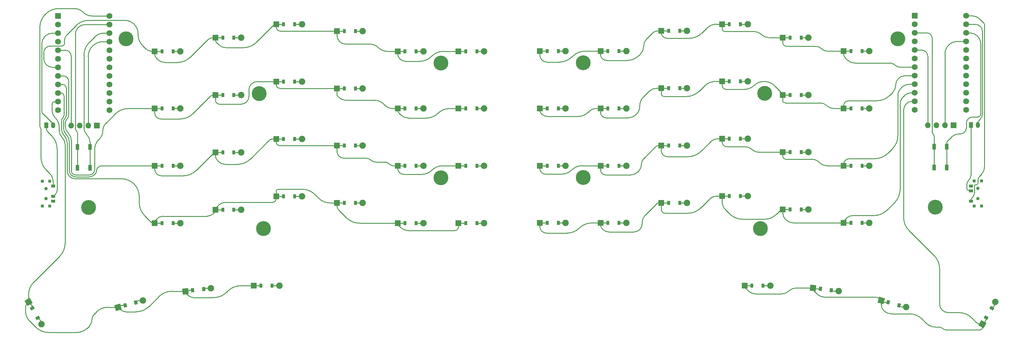
<source format=gbr>
%TF.GenerationSoftware,KiCad,Pcbnew,7.0.10*%
%TF.CreationDate,2024-02-10T22:50:59-05:00*%
%TF.ProjectId,blahajergo,626c6168-616a-4657-9267-6f2e6b696361,rev?*%
%TF.SameCoordinates,Original*%
%TF.FileFunction,Copper,L1,Top*%
%TF.FilePolarity,Positive*%
%FSLAX46Y46*%
G04 Gerber Fmt 4.6, Leading zero omitted, Abs format (unit mm)*
G04 Created by KiCad (PCBNEW 7.0.10) date 2024-02-10 22:50:59*
%MOMM*%
%LPD*%
G01*
G04 APERTURE LIST*
G04 Aperture macros list*
%AMRoundRect*
0 Rectangle with rounded corners*
0 $1 Rounding radius*
0 $2 $3 $4 $5 $6 $7 $8 $9 X,Y pos of 4 corners*
0 Add a 4 corners polygon primitive as box body*
4,1,4,$2,$3,$4,$5,$6,$7,$8,$9,$2,$3,0*
0 Add four circle primitives for the rounded corners*
1,1,$1+$1,$2,$3*
1,1,$1+$1,$4,$5*
1,1,$1+$1,$6,$7*
1,1,$1+$1,$8,$9*
0 Add four rect primitives between the rounded corners*
20,1,$1+$1,$2,$3,$4,$5,0*
20,1,$1+$1,$4,$5,$6,$7,0*
20,1,$1+$1,$6,$7,$8,$9,0*
20,1,$1+$1,$8,$9,$2,$3,0*%
%AMRotRect*
0 Rectangle, with rotation*
0 The origin of the aperture is its center*
0 $1 length*
0 $2 width*
0 $3 Rotation angle, in degrees counterclockwise*
0 Add horizontal line*
21,1,$1,$2,0,0,$3*%
G04 Aperture macros list end*
%TA.AperFunction,ComponentPad*%
%ADD10R,1.778000X1.778000*%
%TD*%
%TA.AperFunction,SMDPad,CuDef*%
%ADD11R,0.900000X1.200000*%
%TD*%
%TA.AperFunction,ComponentPad*%
%ADD12C,1.905000*%
%TD*%
%TA.AperFunction,ComponentPad*%
%ADD13RoundRect,0.250000X-0.350000X-0.625000X0.350000X-0.625000X0.350000X0.625000X-0.350000X0.625000X0*%
%TD*%
%TA.AperFunction,ComponentPad*%
%ADD14O,1.200000X1.750000*%
%TD*%
%TA.AperFunction,ComponentPad*%
%ADD15R,1.700000X1.700000*%
%TD*%
%TA.AperFunction,ComponentPad*%
%ADD16O,1.700000X1.700000*%
%TD*%
%TA.AperFunction,ComponentPad*%
%ADD17R,1.752600X1.752600*%
%TD*%
%TA.AperFunction,ComponentPad*%
%ADD18C,1.752600*%
%TD*%
%TA.AperFunction,SMDPad,CuDef*%
%ADD19R,0.900000X0.900000*%
%TD*%
%TA.AperFunction,WasherPad*%
%ADD20C,1.000000*%
%TD*%
%TA.AperFunction,SMDPad,CuDef*%
%ADD21R,1.250000X0.900000*%
%TD*%
%TA.AperFunction,SMDPad,CuDef*%
%ADD22R,1.100000X1.800000*%
%TD*%
%TA.AperFunction,ComponentPad*%
%ADD23RotRect,1.778000X1.778000X7.000000*%
%TD*%
%TA.AperFunction,SMDPad,CuDef*%
%ADD24RotRect,0.900000X1.200000X7.000000*%
%TD*%
%TA.AperFunction,ComponentPad*%
%ADD25RotRect,1.778000X1.778000X15.000000*%
%TD*%
%TA.AperFunction,SMDPad,CuDef*%
%ADD26RotRect,0.900000X1.200000X15.000000*%
%TD*%
%TA.AperFunction,ComponentPad*%
%ADD27RotRect,1.778000X1.778000X353.000000*%
%TD*%
%TA.AperFunction,SMDPad,CuDef*%
%ADD28RotRect,0.900000X1.200000X353.000000*%
%TD*%
%TA.AperFunction,ComponentPad*%
%ADD29C,0.700000*%
%TD*%
%TA.AperFunction,ComponentPad*%
%ADD30C,4.400000*%
%TD*%
%TA.AperFunction,ComponentPad*%
%ADD31RotRect,1.778000X1.778000X60.000000*%
%TD*%
%TA.AperFunction,SMDPad,CuDef*%
%ADD32RotRect,0.900000X1.200000X60.000000*%
%TD*%
%TA.AperFunction,ComponentPad*%
%ADD33RotRect,1.778000X1.778000X345.000000*%
%TD*%
%TA.AperFunction,SMDPad,CuDef*%
%ADD34RotRect,0.900000X1.200000X345.000000*%
%TD*%
%TA.AperFunction,ComponentPad*%
%ADD35RotRect,1.778000X1.778000X300.000000*%
%TD*%
%TA.AperFunction,SMDPad,CuDef*%
%ADD36RotRect,0.900000X1.200000X300.000000*%
%TD*%
%TA.AperFunction,Conductor*%
%ADD37C,0.250000*%
%TD*%
G04 APERTURE END LIST*
D10*
%TO.P,D29,1,K*%
%TO.N,R_ROW1*%
X198843105Y-113686896D03*
D11*
X201003105Y-113686896D03*
%TO.P,D29,2,A*%
%TO.N,Net-(D29-A)*%
X204303105Y-113686896D03*
D12*
X206463105Y-113686896D03*
%TD*%
D10*
%TO.P,D8,1,K*%
%TO.N,L_ROW4*%
X240946647Y-164643310D03*
D11*
X243106647Y-164643310D03*
%TO.P,D8,2,A*%
%TO.N,Net-(D8-A)*%
X246406647Y-164643310D03*
D12*
X248566647Y-164643310D03*
%TD*%
D10*
%TO.P,D37,1,K*%
%TO.N,R_ROW1*%
X162843105Y-107686896D03*
D11*
X165003105Y-107686896D03*
%TO.P,D37,2,A*%
%TO.N,Net-(D37-A)*%
X168303105Y-107686896D03*
D12*
X170463105Y-107686896D03*
%TD*%
D10*
%TO.P,D45,1,K*%
%TO.N,R_ROW4*%
X144843105Y-156686896D03*
D11*
X147003105Y-156686896D03*
%TO.P,D45,2,A*%
%TO.N,Net-(D45-A)*%
X150303105Y-156686896D03*
D12*
X152463105Y-156686896D03*
%TD*%
D13*
%TO.P,J3,1,Pin_1*%
%TO.N,R_BAT_IN*%
X76709532Y-135631213D03*
D14*
%TO.P,J3,2,Pin_2*%
%TO.N,GND*%
X78709532Y-135631213D03*
%TD*%
D10*
%TO.P,D1,1,K*%
%TO.N,L_ROW1*%
X222946647Y-113643310D03*
D11*
X225106647Y-113643310D03*
%TO.P,D1,2,A*%
%TO.N,Net-(D1-A)*%
X228406647Y-113643310D03*
D12*
X230566647Y-113643310D03*
%TD*%
D10*
%TO.P,D30,1,K*%
%TO.N,R_ROW2*%
X198843105Y-130686896D03*
D11*
X201003105Y-130686896D03*
%TO.P,D30,2,A*%
%TO.N,Net-(D30-A)*%
X204303105Y-130686896D03*
D12*
X206463105Y-130686896D03*
%TD*%
D15*
%TO.P,J4,1,GND*%
%TO.N,GND*%
X91678282Y-135719930D03*
D16*
%TO.P,J4,2,VCC*%
%TO.N,VCC*%
X89138282Y-135719930D03*
%TO.P,J4,3,SCL*%
%TO.N,R_SCL*%
X86598282Y-135719930D03*
%TO.P,J4,4,SDA*%
%TO.N,R_SDA*%
X84058282Y-135719930D03*
%TD*%
D10*
%TO.P,D41,1,K*%
%TO.N,R_ROW5*%
X138147760Y-183250322D03*
D11*
X140307760Y-183250322D03*
%TO.P,D41,2,A*%
%TO.N,Net-(D41-A)*%
X143607760Y-183250322D03*
D12*
X145767760Y-183250322D03*
%TD*%
D10*
%TO.P,D31,1,K*%
%TO.N,R_ROW3*%
X198843105Y-147686896D03*
D11*
X201003105Y-147686896D03*
%TO.P,D31,2,A*%
%TO.N,Net-(D31-A)*%
X204303105Y-147686896D03*
D12*
X206463105Y-147686896D03*
%TD*%
D10*
%TO.P,D54,1,K*%
%TO.N,R_ROW3*%
X108843105Y-147686896D03*
D11*
X111003105Y-147686896D03*
%TO.P,D54,2,A*%
%TO.N,Net-(D54-A)*%
X114303105Y-147686896D03*
D12*
X116463105Y-147686896D03*
%TD*%
D10*
%TO.P,D17,1,K*%
%TO.N,L_ROW4*%
X276946647Y-156643310D03*
D11*
X279106647Y-156643310D03*
%TO.P,D17,2,A*%
%TO.N,Net-(D17-A)*%
X282406647Y-156643310D03*
D12*
X284566647Y-156643310D03*
%TD*%
D13*
%TO.P,J2,1,Pin_1*%
%TO.N,L_BAT_IN*%
X350706647Y-135593310D03*
D14*
%TO.P,J2,2,Pin_2*%
%TO.N,GND*%
X352706647Y-135593310D03*
%TD*%
D17*
%TO.P,U2,1,D1*%
%TO.N,R_COL1*%
X80163282Y-103207964D03*
D18*
%TO.P,U2,2,D0*%
%TO.N,R_COL2*%
X80163282Y-105747964D03*
%TO.P,U2,3,GND*%
%TO.N,GND*%
X80163282Y-108287964D03*
%TO.P,U2,4,GND*%
X80163282Y-110827964D03*
%TO.P,U2,5,D2*%
%TO.N,R_SDA*%
X80163282Y-113367964D03*
%TO.P,U2,6,D3*%
%TO.N,R_SCL*%
X80163282Y-115907964D03*
%TO.P,U2,7,D4*%
%TO.N,R_ROW1*%
X80163282Y-118447964D03*
%TO.P,U2,8,D5*%
%TO.N,R_ROW2*%
X80163282Y-120987964D03*
%TO.P,U2,9,D6*%
%TO.N,R_ROW3*%
X80163282Y-123527964D03*
%TO.P,U2,10,D7*%
%TO.N,R_ROW4*%
X80163282Y-126067964D03*
%TO.P,U2,11,D8*%
%TO.N,R_ROW5*%
X80163282Y-128607964D03*
%TO.P,U2,12,D9*%
%TO.N,R_COL3*%
X80163282Y-131147964D03*
%TO.P,U2,13,D10*%
%TO.N,R_COL6*%
X95403282Y-131147964D03*
%TO.P,U2,14,D16*%
%TO.N,R_COL5*%
X95403282Y-128607964D03*
%TO.P,U2,15,D14*%
%TO.N,R_COL4*%
X95403282Y-126067964D03*
%TO.P,U2,16,D15*%
%TO.N,unconnected-(U2-D15-Pad16)*%
X95403282Y-123527964D03*
%TO.P,U2,17,D18*%
%TO.N,unconnected-(U2-D18-Pad17)*%
X95403282Y-120987964D03*
%TO.P,U2,18,D19*%
%TO.N,unconnected-(U2-D19-Pad18)*%
X95403282Y-118447964D03*
%TO.P,U2,19,D20*%
%TO.N,unconnected-(U2-D20-Pad19)*%
X95403282Y-115907964D03*
%TO.P,U2,20,D21*%
%TO.N,unconnected-(U2-D21-Pad20)*%
X95403282Y-113367964D03*
%TO.P,U2,21,3.3v*%
%TO.N,VCC*%
X95403282Y-110827964D03*
%TO.P,U2,22,RST*%
%TO.N,R_RST*%
X95403282Y-108287964D03*
%TO.P,U2,23,GND*%
%TO.N,GND*%
X95403282Y-105747964D03*
%TO.P,U2,24,B+*%
%TO.N,R_BAT_RAW*%
X95403282Y-103207964D03*
%TD*%
D10*
%TO.P,D4,1,K*%
%TO.N,L_ROW4*%
X222946647Y-164643310D03*
D11*
X225106647Y-164643310D03*
%TO.P,D4,2,A*%
%TO.N,Net-(D4-A)*%
X228406647Y-164643310D03*
D12*
X230566647Y-164643310D03*
%TD*%
D10*
%TO.P,D25,1,K*%
%TO.N,L_ROW2*%
X312946647Y-130643310D03*
D11*
X315106647Y-130643310D03*
%TO.P,D25,2,A*%
%TO.N,Net-(D25-A)*%
X318406647Y-130643310D03*
D12*
X320566647Y-130643310D03*
%TD*%
D19*
%TO.P,SW4,*%
%TO.N,*%
X75553105Y-159636896D03*
X77753105Y-159636896D03*
D20*
X76653105Y-157436896D03*
X76653105Y-154436896D03*
D19*
X75553105Y-152236896D03*
X77753105Y-152236896D03*
D21*
%TO.P,SW4,1,A*%
%TO.N,R_BAT_RAW*%
X78728105Y-153686896D03*
%TO.P,SW4,2,B*%
%TO.N,R_BAT_IN*%
X78728105Y-156686896D03*
%TO.P,SW4,3,C*%
%TO.N,unconnected-(SW4-C-Pad3)*%
X78728105Y-158186896D03*
%TD*%
D10*
%TO.P,D19,1,K*%
%TO.N,L_ROW1*%
X294946647Y-109643310D03*
D11*
X297106647Y-109643310D03*
%TO.P,D19,2,A*%
%TO.N,Net-(D19-A)*%
X300406647Y-109643310D03*
D12*
X302566647Y-109643310D03*
%TD*%
D22*
%TO.P,SW3,1,1*%
%TO.N,GND*%
X85933282Y-148244930D03*
X85933282Y-142044930D03*
%TO.P,SW3,2,2*%
%TO.N,R_RST*%
X89633282Y-148244930D03*
X89633282Y-142044930D03*
%TD*%
D23*
%TO.P,D46,1,K*%
%TO.N,R_ROW5*%
X117939533Y-184879622D03*
D24*
X120083433Y-184616384D03*
%TO.P,D46,2,A*%
%TO.N,Net-(D46-A)*%
X123358835Y-184214216D03*
D12*
X125502735Y-183950978D03*
%TD*%
D25*
%TO.P,D51,1,K*%
%TO.N,R_ROW5*%
X97966100Y-189631644D03*
D26*
X100052499Y-189072594D03*
%TO.P,D51,2,A*%
%TO.N,Net-(D51-A)*%
X103240055Y-188218492D03*
D12*
X105326454Y-187659442D03*
%TD*%
D10*
%TO.P,D9,1,K*%
%TO.N,L_ROW1*%
X258946647Y-107643310D03*
D11*
X261106647Y-107643310D03*
%TO.P,D9,2,A*%
%TO.N,Net-(D9-A)*%
X264406647Y-107643310D03*
D12*
X266566647Y-107643310D03*
%TD*%
D27*
%TO.P,D18,1,K*%
%TO.N,L_ROW5*%
X303907017Y-183907392D03*
D28*
X306050917Y-184170630D03*
%TO.P,D18,2,A*%
%TO.N,Net-(D18-A)*%
X309326319Y-184572798D03*
D12*
X311470219Y-184836036D03*
%TD*%
D10*
%TO.P,D36,1,K*%
%TO.N,R_ROW4*%
X180843105Y-164686896D03*
D11*
X183003105Y-164686896D03*
%TO.P,D36,2,A*%
%TO.N,Net-(D36-A)*%
X186303105Y-164686896D03*
D12*
X188463105Y-164686896D03*
%TD*%
D10*
%TO.P,D50,1,K*%
%TO.N,R_ROW4*%
X126843105Y-160686896D03*
D11*
X129003105Y-160686896D03*
%TO.P,D50,2,A*%
%TO.N,Net-(D50-A)*%
X132303105Y-160686896D03*
D12*
X134463105Y-160686896D03*
%TD*%
D10*
%TO.P,D52,1,K*%
%TO.N,R_ROW1*%
X108843105Y-113686896D03*
D11*
X111003105Y-113686896D03*
%TO.P,D52,2,A*%
%TO.N,Net-(D52-A)*%
X114303105Y-113686896D03*
D12*
X116463105Y-113686896D03*
%TD*%
D10*
%TO.P,D39,1,K*%
%TO.N,R_ROW3*%
X162843105Y-141686896D03*
D11*
X165003105Y-141686896D03*
%TO.P,D39,2,A*%
%TO.N,Net-(D39-A)*%
X168303105Y-141686896D03*
D12*
X170463105Y-141686896D03*
%TD*%
D10*
%TO.P,D33,1,K*%
%TO.N,R_ROW1*%
X180843105Y-113686896D03*
D11*
X183003105Y-113686896D03*
%TO.P,D33,2,A*%
%TO.N,Net-(D33-A)*%
X186303105Y-113686896D03*
D12*
X188463105Y-113686896D03*
%TD*%
D10*
%TO.P,D53,1,K*%
%TO.N,R_ROW2*%
X108843105Y-130686896D03*
D11*
X111003105Y-130686896D03*
%TO.P,D53,2,A*%
%TO.N,Net-(D53-A)*%
X114303105Y-130686896D03*
D12*
X116463105Y-130686896D03*
%TD*%
D10*
%TO.P,D24,1,K*%
%TO.N,L_ROW1*%
X312946647Y-113643310D03*
D11*
X315106647Y-113643310D03*
%TO.P,D24,2,A*%
%TO.N,Net-(D24-A)*%
X318406647Y-113643310D03*
D12*
X320566647Y-113643310D03*
%TD*%
D10*
%TO.P,D48,1,K*%
%TO.N,R_ROW2*%
X126843105Y-126686896D03*
D11*
X129003105Y-126686896D03*
%TO.P,D48,2,A*%
%TO.N,Net-(D48-A)*%
X132303105Y-126686896D03*
D12*
X134463105Y-126686896D03*
%TD*%
D10*
%TO.P,D34,1,K*%
%TO.N,R_ROW2*%
X180843105Y-130686896D03*
D11*
X183003105Y-130686896D03*
%TO.P,D34,2,A*%
%TO.N,Net-(D34-A)*%
X186303105Y-130686896D03*
D12*
X188463105Y-130686896D03*
%TD*%
D10*
%TO.P,D43,1,K*%
%TO.N,R_ROW2*%
X144843105Y-122686896D03*
D11*
X147003105Y-122686896D03*
%TO.P,D43,2,A*%
%TO.N,Net-(D43-A)*%
X150303105Y-122686896D03*
D12*
X152463105Y-122686896D03*
%TD*%
D15*
%TO.P,J1,1,GND*%
%TO.N,GND*%
X345521470Y-135676344D03*
D16*
%TO.P,J1,2,VCC*%
%TO.N,VCC*%
X342981470Y-135676344D03*
%TO.P,J1,3,SCL*%
%TO.N,L_SCL*%
X340441470Y-135676344D03*
%TO.P,J1,4,SDA*%
%TO.N,L_SDA*%
X337901470Y-135676344D03*
%TD*%
D29*
%TO.P,_6,1*%
%TO.N,N/C*%
X338481647Y-159968310D03*
X338964921Y-158801584D03*
X338964921Y-161135036D03*
X340131647Y-158318310D03*
D30*
X340131647Y-159968310D03*
D29*
X340131647Y-161618310D03*
X341298373Y-158801584D03*
X341298373Y-161135036D03*
X341781647Y-159968310D03*
%TD*%
D10*
%TO.P,D47,1,K*%
%TO.N,R_ROW1*%
X126843105Y-109686896D03*
D11*
X129003105Y-109686896D03*
%TO.P,D47,2,A*%
%TO.N,Net-(D47-A)*%
X132303105Y-109686896D03*
D12*
X134463105Y-109686896D03*
%TD*%
D10*
%TO.P,D44,1,K*%
%TO.N,R_ROW3*%
X144837050Y-139673862D03*
D11*
X146997050Y-139673862D03*
%TO.P,D44,2,A*%
%TO.N,Net-(D44-A)*%
X150297050Y-139673862D03*
D12*
X152457050Y-139673862D03*
%TD*%
D10*
%TO.P,D27,1,K*%
%TO.N,L_ROW4*%
X312946647Y-164643310D03*
D11*
X315106647Y-164643310D03*
%TO.P,D27,2,A*%
%TO.N,Net-(D27-A)*%
X318406647Y-164643310D03*
D12*
X320566647Y-164643310D03*
%TD*%
D10*
%TO.P,D42,1,K*%
%TO.N,R_ROW1*%
X144843105Y-105686896D03*
D11*
X147003105Y-105686896D03*
%TO.P,D42,2,A*%
%TO.N,Net-(D42-A)*%
X150303105Y-105686896D03*
D12*
X152463105Y-105686896D03*
%TD*%
D10*
%TO.P,D7,1,K*%
%TO.N,L_ROW3*%
X240946647Y-147643310D03*
D11*
X243106647Y-147643310D03*
%TO.P,D7,2,A*%
%TO.N,Net-(D7-A)*%
X246406647Y-147643310D03*
D12*
X248566647Y-147643310D03*
%TD*%
D29*
%TO.P,_1,1*%
%TO.N,N/C*%
X234131647Y-151168310D03*
X234614921Y-150001584D03*
X234614921Y-152335036D03*
X235781647Y-149518310D03*
D30*
X235781647Y-151168310D03*
D29*
X235781647Y-152818310D03*
X236948373Y-150001584D03*
X236948373Y-152335036D03*
X237431647Y-151168310D03*
%TD*%
D10*
%TO.P,D2,1,K*%
%TO.N,L_ROW2*%
X222946647Y-130643310D03*
D11*
X225106647Y-130643310D03*
%TO.P,D2,2,A*%
%TO.N,Net-(D2-A)*%
X228406647Y-130643310D03*
D12*
X230566647Y-130643310D03*
%TD*%
D10*
%TO.P,D16,1,K*%
%TO.N,L_ROW3*%
X276946647Y-139643310D03*
D11*
X279106647Y-139643310D03*
%TO.P,D16,2,A*%
%TO.N,Net-(D16-A)*%
X282406647Y-139643310D03*
D12*
X284566647Y-139643310D03*
%TD*%
D29*
%TO.P,_3,1*%
%TO.N,N/C*%
X287931647Y-126168310D03*
X288414921Y-125001584D03*
X288414921Y-127335036D03*
X289581647Y-124518310D03*
D30*
X289581647Y-126168310D03*
D29*
X289581647Y-127818310D03*
X290748373Y-125001584D03*
X290748373Y-127335036D03*
X291231647Y-126168310D03*
%TD*%
D10*
%TO.P,D14,1,K*%
%TO.N,L_ROW1*%
X276946647Y-105643310D03*
D11*
X279106647Y-105643310D03*
%TO.P,D14,2,A*%
%TO.N,Net-(D14-A)*%
X282406647Y-105643310D03*
D12*
X284566647Y-105643310D03*
%TD*%
D19*
%TO.P,SW2,*%
%TO.N,*%
X353856647Y-152193310D03*
X351656647Y-152193310D03*
D20*
X352756647Y-154393310D03*
X352756647Y-157393310D03*
D19*
X353856647Y-159593310D03*
X351656647Y-159593310D03*
D21*
%TO.P,SW2,1,A*%
%TO.N,L_BAT_RAW*%
X350681647Y-158143310D03*
%TO.P,SW2,2,B*%
%TO.N,L_BAT_IN*%
X350681647Y-155143310D03*
%TO.P,SW2,3,C*%
%TO.N,unconnected-(SW2-C-Pad3)*%
X350681647Y-153643310D03*
%TD*%
D10*
%TO.P,D15,1,K*%
%TO.N,L_ROW2*%
X276946647Y-122643310D03*
D11*
X279106647Y-122643310D03*
%TO.P,D15,2,A*%
%TO.N,Net-(D15-A)*%
X282406647Y-122643310D03*
D12*
X284566647Y-122643310D03*
%TD*%
D10*
%TO.P,D38,1,K*%
%TO.N,R_ROW2*%
X162843105Y-124686896D03*
D11*
X165003105Y-124686896D03*
%TO.P,D38,2,A*%
%TO.N,Net-(D38-A)*%
X168303105Y-124686896D03*
D12*
X170463105Y-124686896D03*
%TD*%
D31*
%TO.P,D28,1,K*%
%TO.N,L_ROW5*%
X354121688Y-194619270D03*
D32*
X355201688Y-192748655D03*
%TO.P,D28,2,A*%
%TO.N,Net-(D28-A)*%
X356851688Y-189890771D03*
D12*
X357931688Y-188020156D03*
%TD*%
D10*
%TO.P,D32,1,K*%
%TO.N,R_ROW4*%
X198843105Y-164686896D03*
D11*
X201003105Y-164686896D03*
%TO.P,D32,2,A*%
%TO.N,Net-(D32-A)*%
X204303105Y-164686896D03*
D12*
X206463105Y-164686896D03*
%TD*%
D29*
%TO.P,_5,1*%
%TO.N,N/C*%
X327389921Y-109976584D03*
X327873195Y-108809858D03*
X327873195Y-111143310D03*
X329039921Y-108326584D03*
D30*
X329039921Y-109976584D03*
D29*
X329039921Y-111626584D03*
X330206647Y-108809858D03*
X330206647Y-111143310D03*
X330689921Y-109976584D03*
%TD*%
D10*
%TO.P,D10,1,K*%
%TO.N,L_ROW2*%
X258946647Y-124643310D03*
D11*
X261106647Y-124643310D03*
%TO.P,D10,2,A*%
%TO.N,Net-(D10-A)*%
X264406647Y-124643310D03*
D12*
X266566647Y-124643310D03*
%TD*%
D10*
%TO.P,D11,1,K*%
%TO.N,L_ROW3*%
X258946647Y-141643310D03*
D11*
X261106647Y-141643310D03*
%TO.P,D11,2,A*%
%TO.N,Net-(D11-A)*%
X264406647Y-141643310D03*
D12*
X266566647Y-141643310D03*
%TD*%
D10*
%TO.P,D13,1,K*%
%TO.N,L_ROW5*%
X283641992Y-183206736D03*
D11*
X285801992Y-183206736D03*
%TO.P,D13,2,A*%
%TO.N,Net-(D13-A)*%
X289101992Y-183206736D03*
D12*
X291261992Y-183206736D03*
%TD*%
D10*
%TO.P,D21,1,K*%
%TO.N,L_ROW3*%
X294946647Y-143643310D03*
D11*
X297106647Y-143643310D03*
%TO.P,D21,2,A*%
%TO.N,Net-(D21-A)*%
X300406647Y-143643310D03*
D12*
X302566647Y-143643310D03*
%TD*%
D17*
%TO.P,U1,1,D1*%
%TO.N,L_COL1*%
X334006470Y-103164378D03*
D18*
%TO.P,U1,2,D0*%
%TO.N,L_COL2*%
X334006470Y-105704378D03*
%TO.P,U1,3,GND*%
%TO.N,GND*%
X334006470Y-108244378D03*
%TO.P,U1,4,GND*%
X334006470Y-110784378D03*
%TO.P,U1,5,D2*%
%TO.N,L_SDA*%
X334006470Y-113324378D03*
%TO.P,U1,6,D3*%
%TO.N,L_SCL*%
X334006470Y-115864378D03*
%TO.P,U1,7,D4*%
%TO.N,L_ROW1*%
X334006470Y-118404378D03*
%TO.P,U1,8,D5*%
%TO.N,L_ROW2*%
X334006470Y-120944378D03*
%TO.P,U1,9,D6*%
%TO.N,L_ROW3*%
X334006470Y-123484378D03*
%TO.P,U1,10,D7*%
%TO.N,L_ROW4*%
X334006470Y-126024378D03*
%TO.P,U1,11,D8*%
%TO.N,L_ROW5*%
X334006470Y-128564378D03*
%TO.P,U1,12,D9*%
%TO.N,L_COL3*%
X334006470Y-131104378D03*
%TO.P,U1,13,D10*%
%TO.N,L_COL6*%
X349246470Y-131104378D03*
%TO.P,U1,14,D16*%
%TO.N,L_COL5*%
X349246470Y-128564378D03*
%TO.P,U1,15,D14*%
%TO.N,L_COL4*%
X349246470Y-126024378D03*
%TO.P,U1,16,D15*%
%TO.N,unconnected-(U1-D15-Pad16)*%
X349246470Y-123484378D03*
%TO.P,U1,17,D18*%
%TO.N,unconnected-(U1-D18-Pad17)*%
X349246470Y-120944378D03*
%TO.P,U1,18,D19*%
%TO.N,unconnected-(U1-D19-Pad18)*%
X349246470Y-118404378D03*
%TO.P,U1,19,D20*%
%TO.N,unconnected-(U1-D20-Pad19)*%
X349246470Y-115864378D03*
%TO.P,U1,20,D21*%
%TO.N,unconnected-(U1-D21-Pad20)*%
X349246470Y-113324378D03*
%TO.P,U1,21,3.3v*%
%TO.N,VCC*%
X349246470Y-110784378D03*
%TO.P,U1,22,RST*%
%TO.N,L_RST*%
X349246470Y-108244378D03*
%TO.P,U1,23,GND*%
%TO.N,GND*%
X349246470Y-105704378D03*
%TO.P,U1,24,B+*%
%TO.N,L_BAT_RAW*%
X349246470Y-103164378D03*
%TD*%
D10*
%TO.P,D20,1,K*%
%TO.N,L_ROW2*%
X294946647Y-126643310D03*
D11*
X297106647Y-126643310D03*
%TO.P,D20,2,A*%
%TO.N,Net-(D20-A)*%
X300406647Y-126643310D03*
D12*
X302566647Y-126643310D03*
%TD*%
D10*
%TO.P,D22,1,K*%
%TO.N,L_ROW4*%
X294946647Y-160643310D03*
D11*
X297106647Y-160643310D03*
%TO.P,D22,2,A*%
%TO.N,Net-(D22-A)*%
X300406647Y-160643310D03*
D12*
X302566647Y-160643310D03*
%TD*%
D10*
%TO.P,D6,1,K*%
%TO.N,L_ROW2*%
X240946647Y-130643310D03*
D11*
X243106647Y-130643310D03*
%TO.P,D6,2,A*%
%TO.N,Net-(D6-A)*%
X246406647Y-130643310D03*
D12*
X248566647Y-130643310D03*
%TD*%
D10*
%TO.P,D26,1,K*%
%TO.N,L_ROW3*%
X312946647Y-147643310D03*
D11*
X315106647Y-147643310D03*
%TO.P,D26,2,A*%
%TO.N,Net-(D26-A)*%
X318406647Y-147643310D03*
D12*
X320566647Y-147643310D03*
%TD*%
D22*
%TO.P,SW1,1,1*%
%TO.N,GND*%
X339776470Y-148201344D03*
X339776470Y-142001344D03*
%TO.P,SW1,2,2*%
%TO.N,L_RST*%
X343476470Y-148201344D03*
X343476470Y-142001344D03*
%TD*%
D10*
%TO.P,D35,1,K*%
%TO.N,R_ROW3*%
X180843105Y-147686896D03*
D11*
X183003105Y-147686896D03*
%TO.P,D35,2,A*%
%TO.N,Net-(D35-A)*%
X186303105Y-147686896D03*
D12*
X188463105Y-147686896D03*
%TD*%
D29*
%TO.P,_4,1*%
%TO.N,N/C*%
X286676470Y-166276344D03*
X287159744Y-165109618D03*
X287159744Y-167443070D03*
X288326470Y-164626344D03*
D30*
X288326470Y-166276344D03*
D29*
X288326470Y-167926344D03*
X289493196Y-165109618D03*
X289493196Y-167443070D03*
X289976470Y-166276344D03*
%TD*%
D10*
%TO.P,D3,1,K*%
%TO.N,L_ROW3*%
X222946647Y-147643310D03*
D11*
X225106647Y-147643310D03*
%TO.P,D3,2,A*%
%TO.N,Net-(D3-A)*%
X228406647Y-147643310D03*
D12*
X230566647Y-147643310D03*
%TD*%
D10*
%TO.P,D40,1,K*%
%TO.N,R_ROW4*%
X162843105Y-158686896D03*
D11*
X165003105Y-158686896D03*
%TO.P,D40,2,A*%
%TO.N,Net-(D40-A)*%
X168303105Y-158686896D03*
D12*
X170463105Y-158686896D03*
%TD*%
D10*
%TO.P,D12,1,K*%
%TO.N,L_ROW4*%
X258946647Y-158643310D03*
D11*
X261106647Y-158643310D03*
%TO.P,D12,2,A*%
%TO.N,Net-(D12-A)*%
X264406647Y-158643310D03*
D12*
X266566647Y-158643310D03*
%TD*%
D33*
%TO.P,D23,1,K*%
%TO.N,L_ROW5*%
X324083298Y-187615856D03*
D34*
X326169697Y-188174906D03*
%TO.P,D23,2,A*%
%TO.N,Net-(D23-A)*%
X329357253Y-189029008D03*
D12*
X331443652Y-189588058D03*
%TD*%
D10*
%TO.P,D5,1,K*%
%TO.N,L_ROW1*%
X240946647Y-113643310D03*
D11*
X243106647Y-113643310D03*
%TO.P,D5,2,A*%
%TO.N,Net-(D5-A)*%
X246406647Y-113643310D03*
D12*
X248566647Y-113643310D03*
%TD*%
D10*
%TO.P,D49,1,K*%
%TO.N,R_ROW3*%
X126843105Y-143686896D03*
D11*
X129003105Y-143686896D03*
%TO.P,D49,2,A*%
%TO.N,Net-(D49-A)*%
X132303105Y-143686896D03*
D12*
X134463105Y-143686896D03*
%TD*%
D35*
%TO.P,D56,1,K*%
%TO.N,R_ROW5*%
X71478064Y-188063742D03*
D36*
X72558064Y-189934357D03*
%TO.P,D56,2,A*%
%TO.N,Net-(D56-A)*%
X74208064Y-192792241D03*
D12*
X75288064Y-194662856D03*
%TD*%
D10*
%TO.P,D55,1,K*%
%TO.N,R_ROW4*%
X108843105Y-164686896D03*
D11*
X111003105Y-164686896D03*
%TO.P,D55,2,A*%
%TO.N,Net-(D55-A)*%
X114303105Y-164686896D03*
D12*
X116463105Y-164686896D03*
%TD*%
D29*
%TO.P,_2,1*%
%TO.N,N/C*%
X234131647Y-117143310D03*
X234614921Y-115976584D03*
X234614921Y-118310036D03*
X235781647Y-115493310D03*
D30*
X235781647Y-117143310D03*
D29*
X235781647Y-118793310D03*
X236948373Y-115976584D03*
X236948373Y-118310036D03*
X237431647Y-117143310D03*
%TD*%
%TO.P,_6,1*%
%TO.N,N/C*%
X90922050Y-159998862D03*
X90438776Y-161165588D03*
X90438776Y-158832136D03*
X89272050Y-161648862D03*
D30*
X89272050Y-159998862D03*
D29*
X89272050Y-158348862D03*
X88105324Y-161165588D03*
X88105324Y-158832136D03*
X87622050Y-159998862D03*
%TD*%
%TO.P,_4,1*%
%TO.N,N/C*%
X142733282Y-166319930D03*
X142250008Y-167486656D03*
X142250008Y-165153204D03*
X141083282Y-167969930D03*
D30*
X141083282Y-166319930D03*
D29*
X141083282Y-164669930D03*
X139916556Y-167486656D03*
X139916556Y-165153204D03*
X139433282Y-166319930D03*
%TD*%
%TO.P,_5,1*%
%TO.N,N/C*%
X102019831Y-110020170D03*
X101536557Y-111186896D03*
X101536557Y-108853444D03*
X100369831Y-111670170D03*
D30*
X100369831Y-110020170D03*
D29*
X100369831Y-108370170D03*
X99203105Y-111186896D03*
X99203105Y-108853444D03*
X98719831Y-110020170D03*
%TD*%
%TO.P,_1,1*%
%TO.N,N/C*%
X195272050Y-151198862D03*
X194788776Y-152365588D03*
X194788776Y-150032136D03*
X193622050Y-152848862D03*
D30*
X193622050Y-151198862D03*
D29*
X193622050Y-149548862D03*
X192455324Y-152365588D03*
X192455324Y-150032136D03*
X191972050Y-151198862D03*
%TD*%
%TO.P,_3,1*%
%TO.N,N/C*%
X141478105Y-126211896D03*
X140994831Y-127378622D03*
X140994831Y-125045170D03*
X139828105Y-127861896D03*
D30*
X139828105Y-126211896D03*
D29*
X139828105Y-124561896D03*
X138661379Y-127378622D03*
X138661379Y-125045170D03*
X138178105Y-126211896D03*
%TD*%
%TO.P,_2,1*%
%TO.N,N/C*%
X195278105Y-117186896D03*
X194794831Y-118353622D03*
X194794831Y-116020170D03*
X193628105Y-118836896D03*
D30*
X193628105Y-117186896D03*
D29*
X193628105Y-115536896D03*
X192461379Y-118353622D03*
X192461379Y-116020170D03*
X191978105Y-117186896D03*
%TD*%
D37*
%TO.N,GND*%
X337628182Y-108244378D02*
X334006470Y-108244378D01*
X339176470Y-109792665D02*
X339176470Y-137502079D01*
X75384532Y-131043713D02*
X75384532Y-131618713D01*
X78709532Y-135431213D02*
X78709532Y-135631213D01*
X78616510Y-108287964D02*
X80163282Y-108287964D01*
X78568110Y-135089791D02*
X75587825Y-132109506D01*
X354101470Y-107833082D02*
X354101470Y-132190055D01*
X85933282Y-142044930D02*
X85933282Y-148244930D01*
X85933282Y-142044930D02*
X85933282Y-138003343D01*
X352706647Y-135082238D02*
X352706647Y-135593310D01*
X339776470Y-142001344D02*
X339776470Y-138950608D01*
X85334532Y-136557832D02*
X85334532Y-108664127D01*
X75384532Y-111519942D02*
X75384532Y-131043713D01*
X351972765Y-105704378D02*
X349246470Y-105704378D01*
X353068028Y-134209784D02*
X353404058Y-133873755D01*
X88250695Y-105747964D02*
X95403282Y-105747964D01*
X339776470Y-142001344D02*
X339776470Y-148201344D01*
X339776462Y-138950608D02*
G75*
G03*
X339476470Y-138226344I-1024262J8D01*
G01*
X354101492Y-107833082D02*
G75*
G03*
X353477987Y-106327861I-2128692J-18D01*
G01*
X78616510Y-108287959D02*
G75*
G03*
X76331157Y-109234589I-10J-3231941D01*
G01*
X339176475Y-137502079D02*
G75*
G03*
X339476471Y-138226343I1024225J-21D01*
G01*
X85933236Y-138003343D02*
G75*
G03*
X85633907Y-137280588I-1022136J43D01*
G01*
X76331138Y-109234570D02*
G75*
G03*
X75384532Y-111519942I2285362J-2285330D01*
G01*
X353404072Y-133873769D02*
G75*
G03*
X354101470Y-132190055I-1683672J1683669D01*
G01*
X78709525Y-135431213D02*
G75*
G03*
X78568109Y-135089792I-482825J13D01*
G01*
X338723003Y-108697845D02*
G75*
G03*
X337628182Y-108244378I-1094803J-1094855D01*
G01*
X353478008Y-106327840D02*
G75*
G03*
X351972765Y-105704378I-1505208J-1505260D01*
G01*
X85334520Y-136557832D02*
G75*
G03*
X85633907Y-137280588I1022180J32D01*
G01*
X353068006Y-134209762D02*
G75*
G03*
X352706647Y-135082238I872494J-872438D01*
G01*
X88250695Y-105747953D02*
G75*
G03*
X86188657Y-106602089I5J-2916147D01*
G01*
X75384518Y-131618713D02*
G75*
G03*
X75587825Y-132109506I694082J13D01*
G01*
X339176499Y-109792665D02*
G75*
G03*
X338722987Y-108697861I-1548299J-35D01*
G01*
X86188642Y-106602074D02*
G75*
G03*
X85334532Y-108664127I2062058J-2062026D01*
G01*
%TO.N,VCC*%
X90441830Y-112123914D02*
X90438031Y-112127713D01*
X93570531Y-110827964D02*
X95403282Y-110827964D01*
X89138282Y-115265586D02*
X89138282Y-135719930D01*
X342981470Y-114475084D02*
X342981470Y-135676344D01*
X346672176Y-110784378D02*
X349246470Y-110784378D01*
X90438039Y-112127721D02*
G75*
G03*
X89138282Y-115265586I3137861J-3137879D01*
G01*
X93570531Y-110827982D02*
G75*
G03*
X90441831Y-112123915I-31J-4424618D01*
G01*
X346672176Y-110784367D02*
G75*
G03*
X344062454Y-111865362I24J-3690733D01*
G01*
X344062456Y-111865364D02*
G75*
G03*
X342981470Y-114475084I2609744J-2609736D01*
G01*
%TO.N,Net-(D1-A)*%
X230566647Y-113643310D02*
X228406647Y-113643310D01*
%TO.N,Net-(D2-A)*%
X230566647Y-130643310D02*
X228406647Y-130643310D01*
%TO.N,Net-(D3-A)*%
X230566647Y-147643310D02*
X228406647Y-147643310D01*
%TO.N,Net-(D4-A)*%
X230566647Y-164643310D02*
X228406647Y-164643310D01*
%TO.N,Net-(D5-A)*%
X246406647Y-113643310D02*
X248566647Y-113643310D01*
%TO.N,Net-(D6-A)*%
X248566647Y-130643310D02*
X246406647Y-130643310D01*
%TO.N,Net-(D7-A)*%
X248566647Y-147643310D02*
X246406647Y-147643310D01*
%TO.N,Net-(D8-A)*%
X248566647Y-164643310D02*
X246406647Y-164643310D01*
%TO.N,Net-(D9-A)*%
X264406647Y-107643310D02*
X266566647Y-107643310D01*
%TO.N,Net-(D10-A)*%
X266566647Y-124643310D02*
X264406647Y-124643310D01*
%TO.N,Net-(D11-A)*%
X266566647Y-141643310D02*
X264406647Y-141643310D01*
%TO.N,Net-(D12-A)*%
X266566647Y-158643310D02*
X264406647Y-158643310D01*
%TO.N,Net-(D13-A)*%
X291261992Y-183206736D02*
X289101992Y-183206736D01*
%TO.N,Net-(D14-A)*%
X282406647Y-105643310D02*
X284566647Y-105643310D01*
%TO.N,Net-(D15-A)*%
X282406647Y-122643310D02*
X284566647Y-122643310D01*
%TO.N,Net-(D16-A)*%
X284566647Y-139643310D02*
X282406647Y-139643310D01*
%TO.N,Net-(D17-A)*%
X284566647Y-156643310D02*
X282406647Y-156643310D01*
%TO.N,Net-(D18-A)*%
X309775694Y-184836036D02*
X311470219Y-184836036D01*
X309457938Y-184704417D02*
X309326319Y-184572798D01*
X309457949Y-184704406D02*
G75*
G03*
X309775694Y-184836036I317751J317706D01*
G01*
%TO.N,Net-(D19-A)*%
X300406647Y-109643310D02*
X302566647Y-109643310D01*
%TO.N,Net-(D20-A)*%
X300406647Y-126643310D02*
X302566647Y-126643310D01*
%TO.N,Net-(D21-A)*%
X300406647Y-143643310D02*
X302566647Y-143643310D01*
%TO.N,Net-(D22-A)*%
X300406647Y-160643310D02*
X302566647Y-160643310D01*
%TO.N,Net-(D23-A)*%
X330311611Y-189588058D02*
X331443652Y-189588058D01*
X329636778Y-189308533D02*
X329357253Y-189029008D01*
X329636772Y-189308539D02*
G75*
G03*
X330311611Y-189588058I674828J674839D01*
G01*
%TO.N,Net-(D24-A)*%
X318406647Y-113643310D02*
X320566647Y-113643310D01*
%TO.N,Net-(D25-A)*%
X320566647Y-130643310D02*
X318406647Y-130643310D01*
%TO.N,Net-(D26-A)*%
X318406647Y-147643310D02*
X320566647Y-147643310D01*
%TO.N,Net-(D27-A)*%
X318406647Y-164643310D02*
X320566647Y-164643310D01*
%TO.N,Net-(D28-A)*%
X357652163Y-189090295D02*
X356851688Y-189890771D01*
X357931688Y-188415463D02*
X357931688Y-188020156D01*
X357652188Y-189090320D02*
G75*
G03*
X357931688Y-188415463I-674888J674820D01*
G01*
%TO.N,L_ROW1*%
X276946647Y-106921879D02*
X276946647Y-105643310D01*
X259372046Y-109271920D02*
X259436558Y-109336432D01*
X312182541Y-113643310D02*
X313710752Y-113643310D01*
X240946647Y-114643326D02*
X240946647Y-113643310D01*
X232590711Y-115237102D02*
X232520262Y-115307550D01*
X294946647Y-109643310D02*
X297106647Y-109643310D01*
X277851111Y-107826344D02*
X286441681Y-107826344D01*
X222946647Y-113643310D02*
X222946647Y-114801904D01*
X275303075Y-105643310D02*
X276946647Y-105643310D01*
X276946647Y-105643310D02*
X279106647Y-105643310D01*
X225046086Y-116901344D02*
X228672506Y-116901344D01*
X222946647Y-113643310D02*
X225106647Y-113643310D01*
X313486951Y-115711825D02*
X313936558Y-116161432D01*
X294946647Y-109643310D02*
X290828224Y-109643310D01*
X257940575Y-107643310D02*
X258645844Y-107643310D01*
X308120382Y-113643310D02*
X312182541Y-113643310D01*
X248818538Y-116401344D02*
X242704664Y-116401344D01*
X259247449Y-107643310D02*
X261106647Y-107643310D01*
X252288969Y-114963843D02*
X252780714Y-114472099D01*
X258946647Y-107944112D02*
X258946647Y-108244915D01*
X294946647Y-109643310D02*
X294946647Y-111108491D01*
X313710752Y-113643310D02*
X315106647Y-113643310D01*
X326640441Y-117151344D02*
X316326416Y-117151344D01*
X272497323Y-106805490D02*
X271070262Y-108232551D01*
X259247449Y-107643310D02*
X258645844Y-107643310D01*
X240946647Y-113643310D02*
X236438467Y-113643310D01*
X256223103Y-108354709D02*
X254672225Y-109905588D01*
X304699523Y-112226344D02*
X296064499Y-112226344D01*
X240946647Y-113643310D02*
X243106647Y-113643310D01*
X267222506Y-109826344D02*
X260619309Y-109826344D01*
X329665532Y-118404378D02*
X334006470Y-118404378D01*
X259247449Y-107643347D02*
G75*
G03*
X258946647Y-107944112I-49J-300753D01*
G01*
X295274060Y-111898930D02*
G75*
G03*
X296064499Y-112226344I790440J790430D01*
G01*
X223561564Y-116286426D02*
G75*
G03*
X225046086Y-116901344I1484536J1484526D01*
G01*
X267222506Y-109826349D02*
G75*
G03*
X271070262Y-108232551I-6J5441549D01*
G01*
X257940575Y-107643297D02*
G75*
G03*
X256223103Y-108354709I25J-2428903D01*
G01*
X306409929Y-112934851D02*
G75*
G03*
X304699523Y-112226344I-1710429J-1710349D01*
G01*
X313710752Y-113643247D02*
G75*
G03*
X312946647Y-114407415I48J-764153D01*
G01*
X248818538Y-116401365D02*
G75*
G03*
X252288968Y-114963842I-38J4907965D01*
G01*
X240946639Y-114643326D02*
G75*
G03*
X241461558Y-115886432I1758061J26D01*
G01*
X222946648Y-114801904D02*
G75*
G03*
X223561558Y-116286432I2099452J4D01*
G01*
X259436557Y-109336433D02*
G75*
G03*
X260619309Y-109826344I1182743J1182733D01*
G01*
X277211557Y-107561433D02*
G75*
G03*
X277851111Y-107826344I639543J639533D01*
G01*
X312946648Y-114407415D02*
G75*
G03*
X313486951Y-115711825I1844752J15D01*
G01*
X254672199Y-109905562D02*
G75*
G03*
X253726470Y-112188844I2283301J-2283238D01*
G01*
X276946659Y-106921879D02*
G75*
G03*
X277211559Y-107561431I904441J-21D01*
G01*
X288634929Y-108734851D02*
G75*
G03*
X290828224Y-109643310I2193271J2193351D01*
G01*
X236438467Y-113643299D02*
G75*
G03*
X232590712Y-115237103I33J-5441601D01*
G01*
X312946590Y-114407415D02*
G75*
G03*
X312182541Y-113643310I-764090J15D01*
G01*
X258946622Y-108244915D02*
G75*
G03*
X259372047Y-109271919I1452378J15D01*
G01*
X252780684Y-114472069D02*
G75*
G03*
X253726470Y-112188844I-2283184J2283269D01*
G01*
X294946654Y-111108491D02*
G75*
G03*
X295274059Y-111898931I1117846J-9D01*
G01*
X288634963Y-108734817D02*
G75*
G03*
X286441681Y-107826344I-2193263J-2193283D01*
G01*
X328152965Y-117777883D02*
G75*
G03*
X326640441Y-117151344I-1512565J-1512517D01*
G01*
X313936555Y-116161435D02*
G75*
G03*
X316326416Y-117151344I2389845J2389835D01*
G01*
X328152967Y-117777881D02*
G75*
G03*
X329665532Y-118404378I1512533J1512581D01*
G01*
X228672506Y-116901348D02*
G75*
G03*
X232520261Y-115307549I-6J5441548D01*
G01*
X306409962Y-112934818D02*
G75*
G03*
X308120382Y-113643310I1710438J1710418D01*
G01*
X275303075Y-105643280D02*
G75*
G03*
X272497323Y-106805490I25J-3967920D01*
G01*
X258946590Y-107944112D02*
G75*
G03*
X258645844Y-107643310I-300790J12D01*
G01*
X241461570Y-115886420D02*
G75*
G03*
X242704664Y-116401344I1243130J1243120D01*
G01*
%TO.N,L_ROW2*%
X295651990Y-129001344D02*
X305990424Y-129001344D01*
X295095041Y-126643310D02*
X297106647Y-126643310D01*
X295138970Y-128788844D02*
X294936558Y-128586432D01*
X253629807Y-127273006D02*
X255309455Y-125593358D01*
X223586558Y-132386432D02*
X223336690Y-132136564D01*
X266322506Y-127126344D02*
X259723078Y-127126344D01*
X322772506Y-128376344D02*
X314448598Y-128376344D01*
X331162410Y-120944378D02*
X334006470Y-120944378D01*
X275003075Y-122643310D02*
X276946647Y-122643310D01*
X276946647Y-122643310D02*
X279106647Y-122643310D01*
X271685191Y-124017622D02*
X270170262Y-125532550D01*
X327510264Y-125892549D02*
X326620262Y-126782550D01*
X258946647Y-126349912D02*
X258946647Y-124643310D01*
X249094578Y-133426344D02*
X242533954Y-133426344D01*
X223222449Y-130643310D02*
X225106647Y-130643310D01*
X294946647Y-126791704D02*
X294946647Y-128541899D01*
X240946647Y-130643310D02*
X243106647Y-130643310D01*
X252551470Y-129876344D02*
X252551470Y-129969452D01*
X328376470Y-123801344D02*
X328376470Y-123730318D01*
X222946647Y-130919112D02*
X222946647Y-131194915D01*
X237512488Y-131540325D02*
X237217986Y-131834826D01*
X278149855Y-124976344D02*
X283657446Y-124976344D01*
X312946647Y-130260802D02*
X312946647Y-129878295D01*
X312564139Y-130643310D02*
X309954481Y-130643310D01*
X294946647Y-126494915D02*
X294946647Y-126791704D01*
X313329154Y-130643310D02*
X315106647Y-130643310D01*
X289438970Y-122651344D02*
X289270493Y-122651344D01*
X234341410Y-133026344D02*
X225131441Y-133026344D01*
X292533101Y-123932975D02*
X294841716Y-126241590D01*
X313329154Y-130643310D02*
X312564139Y-130643310D01*
X258946647Y-124643310D02*
X261106647Y-124643310D01*
X276946647Y-123773135D02*
X276946647Y-122643310D01*
X239678075Y-130643310D02*
X240946647Y-130643310D01*
X258946647Y-124643310D02*
X257603075Y-124643310D01*
X240946647Y-130643310D02*
X240946647Y-131839036D01*
X307972450Y-129822330D02*
G75*
G03*
X305990424Y-129001344I-1982050J-1982070D01*
G01*
X223586527Y-132386463D02*
G75*
G03*
X225131441Y-133026344I1544873J1544963D01*
G01*
X327510234Y-125892519D02*
G75*
G03*
X328376470Y-123801344I-2091134J2091219D01*
G01*
X283657446Y-124976370D02*
G75*
G03*
X286463969Y-123813843I-46J3969070D01*
G01*
X234341410Y-133026335D02*
G75*
G03*
X237217986Y-131834826I-10J4068135D01*
G01*
X241411573Y-132961417D02*
G75*
G03*
X242533954Y-133426344I1122427J1122417D01*
G01*
X276946606Y-123773135D02*
G75*
G03*
X277299058Y-124623932I1203194J35D01*
G01*
X222946625Y-131194915D02*
G75*
G03*
X223336691Y-132136563I1331675J15D01*
G01*
X292533115Y-123932961D02*
G75*
G03*
X289438970Y-122651344I-3094115J-3094139D01*
G01*
X251538939Y-132413813D02*
G75*
G03*
X252551470Y-129969452I-2444339J2444413D01*
G01*
X257603075Y-124643299D02*
G75*
G03*
X255309456Y-125593359I25J-3243701D01*
G01*
X312564139Y-130643347D02*
G75*
G03*
X312946647Y-130260802I-39J382547D01*
G01*
X275003075Y-122643291D02*
G75*
G03*
X271685192Y-124017623I25J-4692209D01*
G01*
X294946638Y-126494915D02*
G75*
G03*
X294841716Y-126241590I-358238J15D01*
G01*
X322772506Y-128376348D02*
G75*
G03*
X326620261Y-126782549I-6J5441548D01*
G01*
X331162410Y-120944380D02*
G75*
G03*
X329192453Y-121760361I-10J-2785920D01*
G01*
X294946590Y-126494915D02*
G75*
G03*
X295095041Y-126643310I148410J15D01*
G01*
X314448598Y-128376344D02*
G75*
G03*
X313386558Y-128816255I2J-1501956D01*
G01*
X295095041Y-126643347D02*
G75*
G03*
X294946647Y-126791704I-41J-148353D01*
G01*
X294936559Y-128566256D02*
G75*
G03*
X294946647Y-128541899I-24359J24356D01*
G01*
X313386560Y-128816257D02*
G75*
G03*
X312946647Y-129878295I1062040J-1062043D01*
G01*
X295138970Y-128788844D02*
G75*
G03*
X295651990Y-129001344I513030J513044D01*
G01*
X329192446Y-121760354D02*
G75*
G03*
X328376470Y-123730318I1969954J-1969946D01*
G01*
X289270493Y-122651349D02*
G75*
G03*
X286463970Y-123813844I7J-3969051D01*
G01*
X266322506Y-127126348D02*
G75*
G03*
X270170261Y-125532549I-6J5441548D01*
G01*
X312946690Y-130260802D02*
G75*
G03*
X313329154Y-130643310I382510J2D01*
G01*
X307972463Y-129822317D02*
G75*
G03*
X309954481Y-130643310I1982037J1982017D01*
G01*
X294936515Y-128566212D02*
G75*
G03*
X294936558Y-128586432I10085J-10088D01*
G01*
X239678075Y-130643289D02*
G75*
G03*
X237512488Y-131540325I25J-3062611D01*
G01*
X249094578Y-133426313D02*
G75*
G03*
X251538970Y-132413844I22J3456913D01*
G01*
X277299073Y-124623917D02*
G75*
G03*
X278149855Y-124976344I850827J850817D01*
G01*
X240946635Y-131839036D02*
G75*
G03*
X241411558Y-132961432I1587365J36D01*
G01*
X223222449Y-130643347D02*
G75*
G03*
X222946647Y-130919112I-49J-275753D01*
G01*
X259174066Y-126898924D02*
G75*
G03*
X259723078Y-127126344I549034J549024D01*
G01*
X253629795Y-127272994D02*
G75*
G03*
X252551470Y-129876344I2603305J-2603306D01*
G01*
X258946645Y-126349912D02*
G75*
G03*
X259174058Y-126898932I776455J12D01*
G01*
%TO.N,L_ROW3*%
X258946647Y-143175648D02*
X258946647Y-141977596D01*
X240946647Y-147643310D02*
X235457951Y-147643310D01*
X242405921Y-150376344D02*
X249740289Y-150376344D01*
X223710752Y-147643310D02*
X225106647Y-147643310D01*
X240946647Y-148917069D02*
X240946647Y-147643310D01*
X329026470Y-127012909D02*
X329026470Y-138747380D01*
X287761803Y-143643310D02*
X294946647Y-143643310D01*
X258612361Y-141643310D02*
X259280933Y-141643310D01*
X312415575Y-147643310D02*
X308116613Y-147643310D01*
X257136752Y-142116061D02*
X253813126Y-145439687D01*
X283858102Y-142026344D02*
X278405921Y-142026344D01*
X258612361Y-141643310D02*
X258278075Y-141643310D01*
X259280933Y-141643310D02*
X261106647Y-141643310D01*
X224619309Y-150151344D02*
X229403022Y-150151344D01*
X252063969Y-149413843D02*
X252239813Y-149238000D01*
X314704664Y-145551344D02*
X322222506Y-145551344D01*
X312415575Y-147643310D02*
X313477718Y-147643310D01*
X270695262Y-143382551D02*
X273546327Y-140531486D01*
X294946647Y-143643310D02*
X297106647Y-143643310D01*
X295723078Y-145701344D02*
X303428292Y-145701344D01*
X266847506Y-144976344D02*
X260747342Y-144976344D01*
X313477718Y-147643310D02*
X315106647Y-147643310D01*
X222946647Y-148407415D02*
X222946647Y-148478681D01*
X275690575Y-139643310D02*
X276946647Y-139643310D01*
X276946647Y-139643310D02*
X279106647Y-139643310D01*
X327432676Y-142595136D02*
X326070262Y-143957551D01*
X330063522Y-124514291D02*
X330059952Y-124517860D01*
X332549953Y-123484378D02*
X334006470Y-123484378D01*
X276946647Y-140567069D02*
X276946647Y-139643310D01*
X313322171Y-146205642D02*
X313461558Y-146066255D01*
X240946647Y-147643310D02*
X243106647Y-147643310D01*
X294946647Y-143643310D02*
X294946647Y-144924912D01*
X313322145Y-146205616D02*
G75*
G03*
X312946647Y-147112238I906655J-906584D01*
G01*
X223710752Y-147643247D02*
G75*
G03*
X222946647Y-148407415I48J-764153D01*
G01*
X332549953Y-123484409D02*
G75*
G03*
X330063522Y-124514291I-53J-3516291D01*
G01*
X258278075Y-141643297D02*
G75*
G03*
X257136752Y-142116061I25J-1614103D01*
G01*
X314704664Y-145551330D02*
G75*
G03*
X313461558Y-146066255I36J-1758070D01*
G01*
X327432691Y-142595151D02*
G75*
G03*
X329026470Y-138747380I-3847791J3847751D01*
G01*
X229403022Y-150151370D02*
G75*
G03*
X232430486Y-148897326I-22J4281470D01*
G01*
X249740289Y-150376345D02*
G75*
G03*
X252063968Y-149413842I11J3286145D01*
G01*
X330059949Y-124517857D02*
G75*
G03*
X329026470Y-127012909I2495051J-2495043D01*
G01*
X240946663Y-148917069D02*
G75*
G03*
X241374059Y-149948931I1459237J-31D01*
G01*
X312946590Y-147112238D02*
G75*
G03*
X313477718Y-147643310I531110J38D01*
G01*
X253813101Y-145439662D02*
G75*
G03*
X253026470Y-147338844I1899199J-1899138D01*
G01*
X322222506Y-145551349D02*
G75*
G03*
X326070262Y-143957551I-6J5441549D01*
G01*
X223436557Y-149661433D02*
G75*
G03*
X224619309Y-150151344I1182743J1182733D01*
G01*
X222946658Y-148478681D02*
G75*
G03*
X223436558Y-149661432I1672642J-19D01*
G01*
X305772453Y-146672327D02*
G75*
G03*
X308116613Y-147643310I2344147J2344127D01*
G01*
X258946690Y-141977596D02*
G75*
G03*
X258612361Y-141643310I-334290J-4D01*
G01*
X259474047Y-144448943D02*
G75*
G03*
X260747342Y-144976344I1273253J1273243D01*
G01*
X241374054Y-149948936D02*
G75*
G03*
X242405921Y-150376344I1031846J1031836D01*
G01*
X277374054Y-141598936D02*
G75*
G03*
X278405921Y-142026344I1031846J1031836D01*
G01*
X295174066Y-145473924D02*
G75*
G03*
X295723078Y-145701344I549034J549024D01*
G01*
X305772459Y-146672321D02*
G75*
G03*
X303428292Y-145701344I-2344159J-2344179D01*
G01*
X276946663Y-140567069D02*
G75*
G03*
X277374059Y-141598931I1459237J-31D01*
G01*
X252239803Y-149237990D02*
G75*
G03*
X253026470Y-147338844I-1899203J1899190D01*
G01*
X266847506Y-144976349D02*
G75*
G03*
X270695262Y-143382551I-6J5441549D01*
G01*
X312415575Y-147643247D02*
G75*
G03*
X312946647Y-147112238I25J531047D01*
G01*
X235457951Y-147643350D02*
G75*
G03*
X232430488Y-148897328I-51J-4281450D01*
G01*
X285809956Y-142834824D02*
G75*
G03*
X287761803Y-143643310I1951844J1951824D01*
G01*
X285809956Y-142834824D02*
G75*
G03*
X283858102Y-142026344I-1951856J-1951876D01*
G01*
X259280933Y-141643347D02*
G75*
G03*
X258946647Y-141977596I-33J-334253D01*
G01*
X258946671Y-143175648D02*
G75*
G03*
X259474058Y-144448932I1800629J-52D01*
G01*
X294946645Y-144924912D02*
G75*
G03*
X295174058Y-145473932I776455J12D01*
G01*
X275690575Y-139643282D02*
G75*
G03*
X273546327Y-140531486I25J-3032418D01*
G01*
%TO.N,L_ROW4*%
X312653075Y-164643310D02*
X313240218Y-164643310D01*
X279182677Y-161932551D02*
X278026120Y-160775994D01*
X241560752Y-164643310D02*
X243106647Y-164643310D01*
X295190218Y-160643310D02*
X297106647Y-160643310D01*
X275553075Y-156643310D02*
X276946647Y-156643310D01*
X293017986Y-162084826D02*
X294287272Y-160815541D01*
X298141990Y-164643310D02*
X312653075Y-164643310D01*
X295699083Y-163523957D02*
X295882541Y-163707415D01*
X315728928Y-162426344D02*
X321972506Y-162426344D01*
X313154233Y-163848580D02*
X313761558Y-163241255D01*
X224875375Y-167626344D02*
X231067146Y-167626344D01*
X330990707Y-126812106D02*
X330727453Y-127075361D01*
X328082677Y-158570136D02*
X325820262Y-160832551D01*
X295190218Y-160643310D02*
X294703075Y-160643310D01*
X332892453Y-126024378D02*
X334006470Y-126024378D01*
X259218433Y-158643310D02*
X261106647Y-158643310D01*
X313240218Y-164643310D02*
X315106647Y-164643310D01*
X241380885Y-166305759D02*
X241661558Y-166586432D01*
X289537857Y-163526344D02*
X283030433Y-163526344D01*
X276946647Y-158169915D02*
X276946647Y-156643310D01*
X240332541Y-164643310D02*
X241560752Y-164643310D01*
X222946647Y-165697615D02*
X222946647Y-164643310D01*
X250879198Y-167301344D02*
X243387507Y-167301344D01*
X258403075Y-158643310D02*
X258674861Y-158643310D01*
X329676470Y-154722380D02*
X329676470Y-129612658D01*
X240332541Y-164643310D02*
X238268827Y-164643310D01*
X273174100Y-157628713D02*
X270645262Y-160157551D01*
X253226470Y-164601344D02*
X253226470Y-164954072D01*
X260064499Y-161751344D02*
X266797506Y-161751344D01*
X258674861Y-158643310D02*
X259218433Y-158643310D01*
X276946647Y-156643310D02*
X279106647Y-156643310D01*
X254163386Y-162339427D02*
X257475140Y-159027673D01*
X294946647Y-161707415D02*
X294946647Y-160886881D01*
X258946647Y-160633491D02*
X258946647Y-158915096D01*
X222946647Y-164643310D02*
X225106647Y-164643310D01*
X241560752Y-164643247D02*
G75*
G03*
X240946647Y-165257415I48J-614153D01*
G01*
X241661558Y-166586432D02*
G75*
G03*
X243387507Y-167301344I1725942J1725932D01*
G01*
X295882553Y-163707403D02*
G75*
G03*
X298141990Y-164643310I2259447J2259403D01*
G01*
X294703075Y-160643280D02*
G75*
G03*
X294287273Y-160815542I25J-588020D01*
G01*
X252538984Y-166613858D02*
G75*
G03*
X253226470Y-164954072I-1659784J1659758D01*
G01*
X250879198Y-167301350D02*
G75*
G03*
X252538969Y-166613843I2J2347250D01*
G01*
X328082692Y-158570151D02*
G75*
G03*
X329676470Y-154722380I-3847792J3847751D01*
G01*
X275553075Y-156643296D02*
G75*
G03*
X273174101Y-157628714I25J-3364404D01*
G01*
X238268827Y-164643339D02*
G75*
G03*
X234667987Y-166134827I-27J-5092361D01*
G01*
X295190218Y-160643347D02*
G75*
G03*
X294946647Y-160886881I-18J-243553D01*
G01*
X259274060Y-161423930D02*
G75*
G03*
X260064499Y-161751344I790440J790430D01*
G01*
X332892453Y-126024400D02*
G75*
G03*
X330990708Y-126812107I-53J-2689400D01*
G01*
X240946590Y-165257415D02*
G75*
G03*
X240332541Y-164643310I-614090J15D01*
G01*
X258946654Y-160633491D02*
G75*
G03*
X259274059Y-161423931I1117846J-9D01*
G01*
X312653075Y-164643247D02*
G75*
G03*
X312946647Y-164349738I25J293547D01*
G01*
X258403075Y-158643290D02*
G75*
G03*
X257475140Y-159027673I25J-1312310D01*
G01*
X330727484Y-127075392D02*
G75*
G03*
X329676470Y-129612658I2537216J-2537308D01*
G01*
X223511567Y-167061423D02*
G75*
G03*
X224875375Y-167626344I1363833J1363823D01*
G01*
X266797506Y-161751349D02*
G75*
G03*
X270645262Y-160157551I-6J5441549D01*
G01*
X321972506Y-162426349D02*
G75*
G03*
X325820262Y-160832551I-6J5441549D01*
G01*
X279182661Y-161932567D02*
G75*
G03*
X283030433Y-163526344I3847739J3847767D01*
G01*
X294946690Y-160886881D02*
G75*
G03*
X294703075Y-160643310I-243590J-19D01*
G01*
X294946629Y-161707415D02*
G75*
G03*
X295699083Y-163523957I2568971J15D01*
G01*
X231067146Y-167626380D02*
G75*
G03*
X234667986Y-166134826I-46J5092380D01*
G01*
X254163365Y-162339406D02*
G75*
G03*
X253226470Y-164601344I2261935J-2261894D01*
G01*
X289537857Y-163526313D02*
G75*
G03*
X293017986Y-162084826I43J4921613D01*
G01*
X240946628Y-165257415D02*
G75*
G03*
X241380885Y-166305759I1482572J15D01*
G01*
X259218433Y-158643347D02*
G75*
G03*
X258946647Y-158915096I-33J-271753D01*
G01*
X258946690Y-158915096D02*
G75*
G03*
X258674861Y-158643310I-271790J-4D01*
G01*
X315728928Y-162426357D02*
G75*
G03*
X313761559Y-163241256I-28J-2782243D01*
G01*
X222946644Y-165697615D02*
G75*
G03*
X223511559Y-167061431I1928756J15D01*
G01*
X276946637Y-158169915D02*
G75*
G03*
X278026120Y-160775994I3685563J15D01*
G01*
X313154212Y-163848559D02*
G75*
G03*
X312946647Y-164349738I501188J-501141D01*
G01*
X312946590Y-164349738D02*
G75*
G03*
X313240218Y-164643310I293610J38D01*
G01*
%TO.N,L_ROW5*%
X341293106Y-195526344D02*
X340238970Y-195526344D01*
X324929884Y-190729758D02*
X324884915Y-190684789D01*
X354121688Y-195676664D02*
X354121688Y-195287698D01*
X341376470Y-188623006D02*
X341376470Y-178155307D01*
X323803773Y-187336331D02*
X323601042Y-187133600D01*
X283897057Y-183206736D02*
X285801992Y-183206736D01*
X347097506Y-191226344D02*
X343979807Y-191226344D01*
X284621731Y-184696605D02*
X283822350Y-183897224D01*
X355201688Y-193143962D02*
X355201688Y-192748655D01*
X353433042Y-194619270D02*
X353453260Y-194619270D01*
X303907017Y-184219641D02*
X303907017Y-184093529D01*
X336245262Y-193170136D02*
X337443582Y-194368456D01*
X343284833Y-196351344D02*
X353447008Y-196351344D01*
X324083298Y-188749514D02*
X324083298Y-188011164D01*
X332397506Y-191576344D02*
X326973723Y-191576344D01*
X304356392Y-184170630D02*
X306050917Y-184170630D01*
X350945262Y-192820136D02*
X352257449Y-194132323D01*
X333134953Y-128564378D02*
X334006470Y-128564378D01*
X330751470Y-131145465D02*
X330751470Y-163022380D01*
X304966743Y-185591617D02*
X304127810Y-184752684D01*
X354922163Y-193818794D02*
X354594337Y-194146619D01*
X286987030Y-185676344D02*
X294650632Y-185676344D01*
X307525149Y-186651344D02*
X322436773Y-186651344D01*
X331507452Y-129320360D02*
X331647180Y-129180633D01*
X323803773Y-187336331D02*
X324362823Y-187895381D01*
X325037656Y-188174906D02*
X326169697Y-188174906D01*
X339782677Y-174307551D02*
X332345262Y-166870136D01*
X303720879Y-183907392D02*
X298921259Y-183907392D01*
X354121730Y-195287698D02*
G75*
G03*
X353453260Y-194619270I-668430J-2D01*
G01*
X324362757Y-187895447D02*
G75*
G03*
X324083298Y-188011164I-115757J-115753D01*
G01*
X353924098Y-196153754D02*
G75*
G03*
X354121688Y-195676664I-477098J477054D01*
G01*
X337443603Y-194368435D02*
G75*
G03*
X340238970Y-195526344I2795397J2795335D01*
G01*
X333134953Y-128564343D02*
G75*
G03*
X331647181Y-129180634I47J-2104057D01*
G01*
X354922189Y-193818820D02*
G75*
G03*
X355201688Y-193143962I-674889J674820D01*
G01*
X294650632Y-185676350D02*
G75*
G03*
X296785945Y-184791867I-32J3019850D01*
G01*
X298921259Y-183907369D02*
G75*
G03*
X296785946Y-184791868I41J-3019831D01*
G01*
X283642000Y-183461801D02*
G75*
G03*
X283822351Y-183897223I615800J1D01*
G01*
X330751479Y-163022380D02*
G75*
G03*
X332345263Y-166870135I5441521J-20D01*
G01*
X304038629Y-184039018D02*
G75*
G03*
X303907017Y-184093529I-54529J-54482D01*
G01*
X304038653Y-184038994D02*
G75*
G03*
X303720879Y-183907392I-317753J-317806D01*
G01*
X303907002Y-184219641D02*
G75*
G03*
X304127811Y-184752683I753898J41D01*
G01*
X350945260Y-192820138D02*
G75*
G03*
X347097506Y-191226344I-3847760J-3847762D01*
G01*
X303907008Y-184093529D02*
G75*
G03*
X303720879Y-183907392I-186108J29D01*
G01*
X304038649Y-184038998D02*
G75*
G03*
X304356392Y-184170630I317751J317698D01*
G01*
X342288957Y-195938857D02*
G75*
G03*
X343284833Y-196351344I995843J995857D01*
G01*
X323601062Y-187133580D02*
G75*
G03*
X322436773Y-186651344I-1164262J-1164320D01*
G01*
X353453260Y-194619227D02*
G75*
G03*
X354594336Y-194146618I40J1613727D01*
G01*
X324083311Y-188011164D02*
G75*
G03*
X323803772Y-187336332I-954411J-36D01*
G01*
X284621715Y-184696621D02*
G75*
G03*
X286987030Y-185676344I2365285J2365321D01*
G01*
X336245260Y-193170138D02*
G75*
G03*
X332397506Y-191576344I-3847760J-3847762D01*
G01*
X324362835Y-187895369D02*
G75*
G03*
X325037656Y-188174906I674865J674869D01*
G01*
X341376464Y-188623006D02*
G75*
G03*
X342138970Y-190463844I2603336J6D01*
G01*
X354594342Y-194146624D02*
G75*
G03*
X354121688Y-195287698I1141058J-1141076D01*
G01*
X283897057Y-183206692D02*
G75*
G03*
X283641992Y-183461801I43J-255108D01*
G01*
X324929868Y-190729774D02*
G75*
G03*
X326973723Y-191576344I2043832J2043874D01*
G01*
X352257421Y-194132351D02*
G75*
G03*
X353433042Y-194619270I1175579J1175651D01*
G01*
X342138965Y-190463849D02*
G75*
G03*
X343979807Y-191226344I1840835J1840849D01*
G01*
X304966766Y-185591594D02*
G75*
G03*
X307525149Y-186651344I2558434J2558394D01*
G01*
X342288965Y-195938849D02*
G75*
G03*
X341293106Y-195526344I-995865J-995851D01*
G01*
X341376458Y-178155307D02*
G75*
G03*
X339782677Y-174307551I-5441558J7D01*
G01*
X353447008Y-196351360D02*
G75*
G03*
X353924079Y-196153735I-8J674660D01*
G01*
X324083291Y-188749514D02*
G75*
G03*
X324884915Y-190684789I2736909J14D01*
G01*
X331507461Y-129320369D02*
G75*
G03*
X330751470Y-131145465I1825139J-1825131D01*
G01*
%TO.N,R_ROW1*%
X198843105Y-113686896D02*
X201003105Y-113686896D01*
X111858584Y-117006213D02*
X115580568Y-117006213D01*
X181644550Y-113686896D02*
X183003105Y-113686896D01*
X75934532Y-115816030D02*
X75934532Y-114197418D01*
X109392134Y-115788815D02*
X109726318Y-116122999D01*
X124556606Y-110284138D02*
X119428324Y-115412420D01*
X145100233Y-105686896D02*
X147003105Y-105686896D01*
X125998477Y-109686896D02*
X126279160Y-109686896D01*
X183218419Y-116681213D02*
X187267230Y-116681213D01*
X127407050Y-109686896D02*
X129003105Y-109686896D01*
X162843105Y-107686896D02*
X165003105Y-107686896D01*
X127407050Y-109686896D02*
X126279160Y-109686896D01*
X144843105Y-105944024D02*
X144843105Y-106539532D01*
X81487044Y-112106213D02*
X78025737Y-112106213D01*
X78566465Y-118447964D02*
X80163282Y-118447964D01*
X138978324Y-111037420D02*
X144147032Y-105868712D01*
X103909532Y-108742198D02*
X103909532Y-108475236D01*
X105260802Y-112004453D02*
X106271543Y-113015194D01*
X181538818Y-115985499D02*
X181409812Y-115856493D01*
X180041660Y-113686896D02*
X177696835Y-113686896D01*
X109619550Y-113686896D02*
X111003105Y-113686896D01*
X144585977Y-105686896D02*
X145100233Y-105686896D01*
X127241874Y-111213555D02*
X127751318Y-111722999D01*
X108066660Y-113686896D02*
X109619550Y-113686896D01*
X129943939Y-112631213D02*
X135130568Y-112631213D01*
X85490738Y-106100005D02*
X82880027Y-108710717D01*
X194496150Y-113686896D02*
X198843105Y-113686896D01*
X82084532Y-110631213D02*
X82084532Y-111508725D01*
X89338495Y-104506213D02*
X99940508Y-104506213D01*
X145990468Y-107686896D02*
X162843105Y-107686896D01*
X165431807Y-111556213D02*
X172552911Y-111556213D01*
X108066660Y-113686896D02*
X107893175Y-113686896D01*
X162843105Y-108967510D02*
X162843105Y-107686896D01*
X180041660Y-113686896D02*
X181644550Y-113686896D01*
X135130568Y-112631200D02*
G75*
G03*
X138978324Y-111037420I32J5441500D01*
G01*
X76547030Y-112718711D02*
G75*
G03*
X75934532Y-114197418I1478670J-1478689D01*
G01*
X175124864Y-112621563D02*
G75*
G03*
X172552911Y-111556213I-2571964J-2571937D01*
G01*
X78025737Y-112106235D02*
G75*
G03*
X76547033Y-112718714I-37J-2091165D01*
G01*
X181538809Y-115985508D02*
G75*
G03*
X183218419Y-116681213I1679591J1679608D01*
G01*
X108843074Y-114463341D02*
G75*
G03*
X109392134Y-115788815I1874526J41D01*
G01*
X125998477Y-109686877D02*
G75*
G03*
X124556606Y-110284138I23J-2039123D01*
G01*
X109619550Y-113686905D02*
G75*
G03*
X108843105Y-114463341I-50J-776395D01*
G01*
X126843080Y-110250841D02*
G75*
G03*
X127241874Y-111213555I1361520J41D01*
G01*
X194496150Y-113686927D02*
G75*
G03*
X190881690Y-115184054I-50J-5111573D01*
G01*
X144585977Y-105686892D02*
G75*
G03*
X144147032Y-105868712I23J-620808D01*
G01*
X103909503Y-108475236D02*
G75*
G03*
X102747031Y-105668714I-3969003J36D01*
G01*
X82880026Y-108710716D02*
G75*
G03*
X82084532Y-110631213I1920474J-1920484D01*
G01*
X108843104Y-114463341D02*
G75*
G03*
X108066660Y-113686896I-776404J41D01*
G01*
X180843087Y-114488341D02*
G75*
G03*
X181409812Y-115856493I1934913J41D01*
G01*
X115580568Y-117006200D02*
G75*
G03*
X119428324Y-115412420I32J5441500D01*
G01*
X162843096Y-108967510D02*
G75*
G03*
X163601318Y-110797999I2588704J10D01*
G01*
X144843092Y-106539532D02*
G75*
G03*
X145179161Y-107350840I1147408J32D01*
G01*
X103909546Y-108742198D02*
G75*
G03*
X105260802Y-112004453I4613554J-2D01*
G01*
X145100233Y-105686905D02*
G75*
G03*
X144843105Y-105944024I-33J-257095D01*
G01*
X144843104Y-105944024D02*
G75*
G03*
X144585977Y-105686896I-257104J24D01*
G01*
X102747020Y-105668725D02*
G75*
G03*
X99940508Y-104506213I-2806520J-2806475D01*
G01*
X106271563Y-113015174D02*
G75*
G03*
X107893175Y-113686896I1621637J1621574D01*
G01*
X127751303Y-111723014D02*
G75*
G03*
X129943939Y-112631213I2192597J2192614D01*
G01*
X181644550Y-113686905D02*
G75*
G03*
X180843105Y-114488341I-50J-801395D01*
G01*
X75934521Y-115816030D02*
G75*
G03*
X76705407Y-117677088I2631979J30D01*
G01*
X126843104Y-110250841D02*
G75*
G03*
X126279160Y-109686896I-563904J41D01*
G01*
X89338495Y-104506220D02*
G75*
G03*
X85490738Y-106100005I5J-5441580D01*
G01*
X145179169Y-107350832D02*
G75*
G03*
X145990468Y-107686896I811331J811332D01*
G01*
X180843104Y-114488341D02*
G75*
G03*
X180041660Y-113686896I-801404J41D01*
G01*
X163601312Y-110798005D02*
G75*
G03*
X165431807Y-111556213I1830488J1830505D01*
G01*
X187267230Y-116681235D02*
G75*
G03*
X190881690Y-115184054I-30J5111635D01*
G01*
X76705418Y-117677077D02*
G75*
G03*
X78566465Y-118447964I1861082J1861077D01*
G01*
X109726319Y-116122998D02*
G75*
G03*
X111858584Y-117006213I2132281J2132298D01*
G01*
X81909528Y-111931209D02*
G75*
G03*
X82084532Y-111508725I-422528J422509D01*
G01*
X81487044Y-112106237D02*
G75*
G03*
X81909532Y-111931213I-44J597537D01*
G01*
X127407050Y-109686905D02*
G75*
G03*
X126843105Y-110250841I-50J-563895D01*
G01*
X175124857Y-112621570D02*
G75*
G03*
X177696835Y-113686896I2571943J2571970D01*
G01*
%TO.N,Net-(D29-A)*%
X206463105Y-113686896D02*
X204303105Y-113686896D01*
%TO.N,R_ROW2*%
X189365973Y-133506213D02*
X184029295Y-133506213D01*
X125267222Y-127098522D02*
X120178324Y-132187420D01*
X81749305Y-120987964D02*
X80163282Y-120987964D01*
X110663609Y-133781213D02*
X116330568Y-133781213D01*
X91059532Y-142803269D02*
X91059532Y-148759461D01*
X126552041Y-126686896D02*
X127134169Y-126686896D01*
X162843105Y-124686896D02*
X165003105Y-124686896D01*
X165267159Y-128181213D02*
X173762746Y-128181213D01*
X92496099Y-139669645D02*
X92259531Y-139906212D01*
X181319550Y-130686896D02*
X180366660Y-130686896D01*
X94422964Y-135017779D02*
X97160056Y-132280688D01*
X198843105Y-130686896D02*
X201003105Y-130686896D01*
X84134532Y-140146682D02*
X84134532Y-149143560D01*
X108843105Y-130686896D02*
X111003105Y-130686896D01*
X89437780Y-150381213D02*
X85372184Y-150381213D01*
X181319550Y-130686896D02*
X183003105Y-130686896D01*
X136734532Y-127136974D02*
X136734532Y-125152499D01*
X126552041Y-126686896D02*
X126260977Y-126686896D01*
X108843105Y-131960708D02*
X108843105Y-130686896D01*
X126843105Y-126977960D02*
X126843105Y-128218550D01*
X144843105Y-122686896D02*
X139200135Y-122686896D01*
X144843105Y-122686896D02*
X144843105Y-123582210D01*
X108843105Y-130686896D02*
X101007812Y-130686896D01*
X127134169Y-126686896D02*
X129003105Y-126686896D01*
X145947790Y-124686896D02*
X162843105Y-124686896D01*
X82309532Y-135740743D02*
X82309532Y-135073675D01*
X198843105Y-130686896D02*
X196172407Y-130686896D01*
X177049243Y-129695924D02*
X176787373Y-129434054D01*
X134515293Y-129356213D02*
X127980767Y-129356213D01*
X179441660Y-130686896D02*
X180366660Y-130686896D01*
X163547032Y-127468713D02*
X162838818Y-126760499D01*
X181180002Y-131976683D02*
X181776318Y-132572999D01*
X144843105Y-122686896D02*
X147003105Y-122686896D01*
X83359532Y-132538750D02*
X83359532Y-122598190D01*
X162843105Y-126741577D02*
X162843105Y-124686896D01*
X109376311Y-133248006D02*
G75*
G03*
X110663609Y-133781213I1287289J1287306D01*
G01*
X196172407Y-130686909D02*
G75*
G03*
X192769190Y-132096554I-7J-4812891D01*
G01*
X180843104Y-131163341D02*
G75*
G03*
X180366660Y-130686896I-476404J41D01*
G01*
X83359536Y-122598190D02*
G75*
G03*
X82887906Y-121459589I-1610236J-10D01*
G01*
X82834500Y-133806181D02*
G75*
G03*
X83359532Y-132538750I-1267400J1267481D01*
G01*
X101007812Y-130686891D02*
G75*
G03*
X97160056Y-132280688I-12J-5441509D01*
G01*
X177049261Y-129695906D02*
G75*
G03*
X179441660Y-130686896I2392439J2392406D01*
G01*
X189365973Y-133506182D02*
G75*
G03*
X192769189Y-132096553I27J4812882D01*
G01*
X82309501Y-135740743D02*
G75*
G03*
X83222032Y-137943713I3115499J43D01*
G01*
X181776316Y-132573001D02*
G75*
G03*
X184029295Y-133506213I2252984J2253001D01*
G01*
X94422958Y-135017773D02*
G75*
G03*
X93459532Y-137343713I2325942J-2325927D01*
G01*
X180843063Y-131163341D02*
G75*
G03*
X181180002Y-131976683I1150237J41D01*
G01*
X145166662Y-124363339D02*
G75*
G03*
X145947790Y-124686896I781138J781139D01*
G01*
X126843150Y-128218550D02*
G75*
G03*
X127176318Y-129022999I1137650J-50D01*
G01*
X139200135Y-122686921D02*
G75*
G03*
X137456690Y-123409054I-35J-2465579D01*
G01*
X92496086Y-139669632D02*
G75*
G03*
X93459532Y-137343713I-2325886J2325932D01*
G01*
X162838823Y-126751931D02*
G75*
G03*
X162843105Y-126741577I-10323J10331D01*
G01*
X162838806Y-126751914D02*
G75*
G03*
X162838818Y-126760499I4294J-4286D01*
G01*
X134515293Y-129356215D02*
G75*
G03*
X136084531Y-128706212I7J2219215D01*
G01*
X176787354Y-129434073D02*
G75*
G03*
X173762746Y-128181213I-3024654J-3024627D01*
G01*
X89437780Y-150381210D02*
G75*
G03*
X90584532Y-149906213I20J1621710D01*
G01*
X84497048Y-150018697D02*
G75*
G03*
X85372184Y-150381213I875152J875097D01*
G01*
X127176324Y-129022993D02*
G75*
G03*
X127980767Y-129356213I804476J804493D01*
G01*
X108843097Y-131960708D02*
G75*
G03*
X109376318Y-133247999I1820503J8D01*
G01*
X84134565Y-149143560D02*
G75*
G03*
X84497032Y-150018713I1237635J-40D01*
G01*
X163547055Y-127468690D02*
G75*
G03*
X165267159Y-128181213I1720145J1720090D01*
G01*
X90584547Y-149906228D02*
G75*
G03*
X91059532Y-148759461I-1146747J1146728D01*
G01*
X144843101Y-123582210D02*
G75*
G03*
X145166660Y-124363341I1104699J10D01*
G01*
X181319550Y-130686905D02*
G75*
G03*
X180843105Y-131163341I-50J-476395D01*
G01*
X127134169Y-126686905D02*
G75*
G03*
X126843105Y-126977960I31J-291095D01*
G01*
X92259545Y-139906226D02*
G75*
G03*
X91059532Y-142803269I2897055J-2897074D01*
G01*
X126260977Y-126686886D02*
G75*
G03*
X125267222Y-127098522I23J-1405414D01*
G01*
X82834543Y-133806224D02*
G75*
G03*
X82309532Y-135073675I1267457J-1267476D01*
G01*
X84134555Y-140146682D02*
G75*
G03*
X83222032Y-137943713I-3115455J-18D01*
G01*
X126843104Y-126977960D02*
G75*
G03*
X126552041Y-126686896I-291104J-40D01*
G01*
X116330568Y-133781200D02*
G75*
G03*
X120178324Y-132187420I32J5441500D01*
G01*
X82887906Y-121459589D02*
G75*
G03*
X81749305Y-120987964I-1138606J-1138611D01*
G01*
X136084543Y-128706224D02*
G75*
G03*
X136734532Y-127136974I-1569243J1569224D01*
G01*
X137456698Y-123409062D02*
G75*
G03*
X136734532Y-125152499I1743402J-1743438D01*
G01*
%TO.N,Net-(D30-A)*%
X204303105Y-130686896D02*
X206463105Y-130686896D01*
%TO.N,R_ROW3*%
X133380568Y-147231213D02*
X129730551Y-147231213D01*
X108843105Y-147686896D02*
X108843105Y-148682675D01*
X144425758Y-139673862D02*
X145248342Y-139673862D01*
X162843105Y-143372319D02*
X162843105Y-141686896D01*
X137228324Y-145637420D02*
X142610228Y-140255516D01*
X92007279Y-148158464D02*
X92044190Y-148121554D01*
X162843105Y-141686896D02*
X165003105Y-141686896D01*
X181594550Y-147686896D02*
X180091660Y-147686896D01*
X145909394Y-141686896D02*
X162843105Y-141686896D01*
X179689728Y-147686896D02*
X180091660Y-147686896D01*
X126417742Y-143798002D02*
X121178324Y-149037420D01*
X82609532Y-132690527D02*
X82609532Y-124557774D01*
X110791642Y-150631213D02*
X117330568Y-150631213D01*
X85455027Y-150956213D02*
X89432970Y-150956213D01*
X127498200Y-146194881D02*
X127688818Y-146385499D01*
X127000233Y-143686896D02*
X129003105Y-143686896D01*
X144837050Y-140614551D02*
X144837050Y-140085154D01*
X126843105Y-144613341D02*
X126843105Y-143844024D01*
X180843105Y-148471063D02*
X180843105Y-148438341D01*
X91211784Y-150078960D02*
X90972031Y-150318712D01*
X198843105Y-147686896D02*
X201003105Y-147686896D01*
X108843105Y-147686896D02*
X111003105Y-147686896D01*
X174272704Y-146556213D02*
X176960018Y-146556213D01*
X144425758Y-139673862D02*
X144014466Y-139673862D01*
X187978105Y-150206213D02*
X182578254Y-150206213D01*
X108843105Y-147686896D02*
X93093548Y-147686896D01*
X81809532Y-136361453D02*
X81809532Y-134621898D01*
X81579721Y-123527964D02*
X80163282Y-123527964D01*
X83534532Y-140525972D02*
X83534532Y-149035717D01*
X126685977Y-143686896D02*
X127000233Y-143686896D01*
X181594550Y-147686896D02*
X183003105Y-147686896D01*
X198843105Y-147686896D02*
X194060275Y-147686896D01*
X171496359Y-145406213D02*
X164876998Y-145406213D01*
X145248342Y-139673862D02*
X146997050Y-139673862D01*
X163438815Y-144810502D02*
G75*
G03*
X164876998Y-145406213I1438185J1438202D01*
G01*
X93093548Y-147686927D02*
G75*
G03*
X92044191Y-148121555I-48J-1483973D01*
G01*
X126685977Y-143686869D02*
G75*
G03*
X126417742Y-143798002I23J-379331D01*
G01*
X172884521Y-145981224D02*
G75*
G03*
X174272704Y-146556213I1388179J1388224D01*
G01*
X145151124Y-141372821D02*
G75*
G03*
X145909394Y-141686896I758276J758321D01*
G01*
X82307902Y-123829593D02*
G75*
G03*
X81579721Y-123527964I-728202J-728207D01*
G01*
X109413802Y-150060515D02*
G75*
G03*
X110791642Y-150631213I1377798J1377815D01*
G01*
X83534559Y-140525972D02*
G75*
G03*
X82672032Y-138443713I-2944759J-28D01*
G01*
X84097015Y-150393730D02*
G75*
G03*
X85455027Y-150956213I1357985J1358030D01*
G01*
X194060275Y-147686867D02*
G75*
G03*
X191019191Y-148946555I25J-4300733D01*
G01*
X82209536Y-133656217D02*
G75*
G03*
X81809532Y-134621898I965664J-965683D01*
G01*
X127688849Y-146385468D02*
G75*
G03*
X129730551Y-147231213I2041751J2041668D01*
G01*
X144014466Y-139673822D02*
G75*
G03*
X142610228Y-140255516I34J-1985878D01*
G01*
X178324862Y-147121565D02*
G75*
G03*
X176960018Y-146556213I-1364862J-1364835D01*
G01*
X181594550Y-147686905D02*
G75*
G03*
X180843105Y-148438341I-50J-751395D01*
G01*
X82209528Y-133656209D02*
G75*
G03*
X82609532Y-132690527I-965728J965709D01*
G01*
X126843064Y-144613341D02*
G75*
G03*
X127498200Y-146194881I2236636J41D01*
G01*
X180843104Y-148438341D02*
G75*
G03*
X180091660Y-147686896I-751404J41D01*
G01*
X91211786Y-150078962D02*
G75*
G03*
X91609532Y-149118713I-960286J960262D01*
G01*
X133380568Y-147231200D02*
G75*
G03*
X137228324Y-145637420I32J5441500D01*
G01*
X180843145Y-148471063D02*
G75*
G03*
X181351319Y-149697998I1735155J-37D01*
G01*
X127000233Y-143686905D02*
G75*
G03*
X126843105Y-143844024I-33J-157095D01*
G01*
X92007279Y-148158464D02*
G75*
G03*
X91609532Y-149118713I960221J-960236D01*
G01*
X126843104Y-143844024D02*
G75*
G03*
X126685977Y-143686896I-157104J24D01*
G01*
X108843110Y-148682675D02*
G75*
G03*
X109413818Y-150060499I1948490J-25D01*
G01*
X181351348Y-149697969D02*
G75*
G03*
X182578254Y-150206213I1226952J1226869D01*
G01*
X145248342Y-139673950D02*
G75*
G03*
X144837050Y-140085154I-42J-411250D01*
G01*
X162843092Y-143372319D02*
G75*
G03*
X163438818Y-144810499I2033908J19D01*
G01*
X144837087Y-140614551D02*
G75*
G03*
X145151133Y-141372812I1072313J-49D01*
G01*
X117330568Y-150631200D02*
G75*
G03*
X121178324Y-149037420I32J5441500D01*
G01*
X81809568Y-136361453D02*
G75*
G03*
X82672033Y-138443712I2944732J-47D01*
G01*
X82609543Y-124557774D02*
G75*
G03*
X82307906Y-123829589I-1029843J-26D01*
G01*
X172884555Y-145981190D02*
G75*
G03*
X171496359Y-145406213I-1388155J-1388210D01*
G01*
X187978105Y-150206225D02*
G75*
G03*
X191019190Y-148946554I-5J4300725D01*
G01*
X144837138Y-140085154D02*
G75*
G03*
X144425758Y-139673862I-411338J-46D01*
G01*
X178324859Y-147121568D02*
G75*
G03*
X179689728Y-147686896I1364841J1364868D01*
G01*
X83534512Y-149035717D02*
G75*
G03*
X84097032Y-150393713I1920488J17D01*
G01*
X89432970Y-150956175D02*
G75*
G03*
X90972030Y-150318711I30J2176575D01*
G01*
%TO.N,Net-(D31-A)*%
X206463105Y-147686896D02*
X204303105Y-147686896D01*
%TO.N,R_ROW4*%
X82909532Y-140815616D02*
X82909532Y-149158941D01*
X126843105Y-160479768D02*
X126843105Y-160894024D01*
X198843105Y-164686896D02*
X198843105Y-165799636D01*
X108466660Y-164686896D02*
X108523477Y-164686896D01*
X107824028Y-164420709D02*
X105853324Y-162450005D01*
X126843105Y-160894024D02*
X126843105Y-160929768D01*
X109162733Y-164686896D02*
X108523477Y-164686896D01*
X144843105Y-157279768D02*
X144843105Y-156094024D01*
X81234532Y-134376187D02*
X81234532Y-136771809D01*
X104259532Y-158602249D02*
X104259532Y-156798244D01*
X162843105Y-159087618D02*
X162843105Y-159488341D01*
X81934532Y-132686238D02*
X81934532Y-126858779D01*
X98967500Y-151506213D02*
X85256803Y-151506213D01*
X180629160Y-164686896D02*
X169494178Y-164686896D01*
X144843105Y-155189065D02*
X144843105Y-156094024D01*
X124353165Y-162631213D02*
X111261097Y-162631213D01*
X157391140Y-157262821D02*
X156328324Y-156200005D01*
X163409812Y-160856493D02*
X165646422Y-163093103D01*
X163243827Y-158686896D02*
X165003105Y-158686896D01*
X160829160Y-158686896D02*
X162442382Y-158686896D01*
X145425957Y-154606213D02*
X152480568Y-154606213D01*
X145435977Y-156686896D02*
X147003105Y-156686896D01*
X126671368Y-161344376D02*
X126113818Y-161901926D01*
X180629160Y-164686896D02*
X181057050Y-164686896D01*
X162442382Y-158686896D02*
X163243827Y-158686896D01*
X109069115Y-163821628D02*
X109551318Y-163339426D01*
X127726318Y-159389426D02*
X126989566Y-160126178D01*
X109162733Y-164686896D02*
X111003105Y-164686896D01*
X143761528Y-158506213D02*
X129858584Y-158506213D01*
X144843105Y-157279768D02*
X144843105Y-157424636D01*
X198843105Y-164686896D02*
X201003105Y-164686896D01*
X181726318Y-165997999D02*
X180994386Y-165266067D01*
X81143716Y-126067964D02*
X80163282Y-126067964D01*
X181057050Y-164686896D02*
X183003105Y-164686896D01*
X197761528Y-166881213D02*
X183858584Y-166881213D01*
X127050233Y-160686896D02*
X129003105Y-160686896D01*
X180843104Y-164900841D02*
G75*
G03*
X180629160Y-164686896I-213904J41D01*
G01*
X81702903Y-126299592D02*
G75*
G03*
X81143716Y-126067964I-559203J-559208D01*
G01*
X145435977Y-156686905D02*
G75*
G03*
X144843105Y-157279768I23J-592895D01*
G01*
X198526306Y-166564414D02*
G75*
G03*
X198843105Y-165799636I-764806J764814D01*
G01*
X111261097Y-162631209D02*
G75*
G03*
X109551318Y-163339426I3J-2417991D01*
G01*
X126671376Y-161344384D02*
G75*
G03*
X126843105Y-160929768I-414576J414584D01*
G01*
X104259500Y-156798244D02*
G75*
G03*
X102709532Y-153056213I-5292000J44D01*
G01*
X181057050Y-164686905D02*
G75*
G03*
X180843105Y-164900841I-50J-213895D01*
G01*
X126843104Y-160479768D02*
G75*
G03*
X127050233Y-160686896I207096J-32D01*
G01*
X108523477Y-164686905D02*
G75*
G03*
X108843105Y-164367268I23J319605D01*
G01*
X145013848Y-154776956D02*
G75*
G03*
X144843105Y-155189065I412052J-412144D01*
G01*
X83597022Y-150818723D02*
G75*
G03*
X85256803Y-151506213I1659778J1659823D01*
G01*
X124353165Y-162631195D02*
G75*
G03*
X126113818Y-161901926I35J2489895D01*
G01*
X157391159Y-157262802D02*
G75*
G03*
X160829160Y-158686896I3438041J3438002D01*
G01*
X144843104Y-156094024D02*
G75*
G03*
X145435977Y-156686896I592896J24D01*
G01*
X162843104Y-159087618D02*
G75*
G03*
X162442382Y-158686896I-400704J18D01*
G01*
X81234516Y-136771809D02*
G75*
G03*
X82072033Y-138793712I2859384J9D01*
G01*
X156328348Y-156199981D02*
G75*
G03*
X152480568Y-154606213I-3847748J-3847819D01*
G01*
X109069123Y-163821636D02*
G75*
G03*
X108843105Y-164367268I545677J-545664D01*
G01*
X107824053Y-164420684D02*
G75*
G03*
X108466660Y-164686896I642647J642584D01*
G01*
X162843087Y-159488341D02*
G75*
G03*
X163409812Y-160856493I1934913J41D01*
G01*
X81584540Y-133531221D02*
G75*
G03*
X81234532Y-134376187I844960J-844979D01*
G01*
X144526306Y-158189414D02*
G75*
G03*
X144843105Y-157424636I-764806J764814D01*
G01*
X181726319Y-165997998D02*
G75*
G03*
X183858584Y-166881213I2132281J2132298D01*
G01*
X102709522Y-153056223D02*
G75*
G03*
X98967500Y-151506213I-3742022J-3741977D01*
G01*
X126989594Y-160126206D02*
G75*
G03*
X126843105Y-160479768I353506J-353594D01*
G01*
X145425957Y-154606193D02*
G75*
G03*
X145013819Y-154776927I43J-582907D01*
G01*
X82909511Y-140815616D02*
G75*
G03*
X82072031Y-138793714I-2859411J16D01*
G01*
X127050233Y-160686905D02*
G75*
G03*
X126843105Y-160894024I-33J-207095D01*
G01*
X180843072Y-164900841D02*
G75*
G03*
X180994386Y-165266067I516528J41D01*
G01*
X104259503Y-158602249D02*
G75*
G03*
X105853324Y-162450005I5441597J49D01*
G01*
X108843104Y-164367268D02*
G75*
G03*
X109162733Y-164686896I319596J-32D01*
G01*
X81584525Y-133531206D02*
G75*
G03*
X81934532Y-132686238I-845025J845006D01*
G01*
X81934541Y-126858779D02*
G75*
G03*
X81702907Y-126299588I-790841J-21D01*
G01*
X143761528Y-158506221D02*
G75*
G03*
X144526318Y-158189426I-28J1081621D01*
G01*
X197761528Y-166881221D02*
G75*
G03*
X198526318Y-166564426I-28J1081621D01*
G01*
X82909502Y-149158941D02*
G75*
G03*
X83597032Y-150818713I2347298J41D01*
G01*
X165646423Y-163093102D02*
G75*
G03*
X169494178Y-164686896I3847777J3847802D01*
G01*
X129858584Y-158506204D02*
G75*
G03*
X127726318Y-159389426I16J-3015496D01*
G01*
X163243827Y-158686905D02*
G75*
G03*
X162843105Y-159087618I-27J-400695D01*
G01*
%TO.N,Net-(D32-A)*%
X204303105Y-164686896D02*
X206463105Y-164686896D01*
%TO.N,Net-(D33-A)*%
X188463105Y-113686896D02*
X186303105Y-113686896D01*
%TO.N,Net-(D34-A)*%
X186303105Y-130686896D02*
X188463105Y-130686896D01*
%TO.N,Net-(D35-A)*%
X188463105Y-147686896D02*
X186303105Y-147686896D01*
%TO.N,Net-(D36-A)*%
X186303105Y-164686896D02*
X188463105Y-164686896D01*
%TO.N,Net-(D37-A)*%
X170463105Y-107686896D02*
X168303105Y-107686896D01*
%TO.N,Net-(D38-A)*%
X168303105Y-124686896D02*
X170463105Y-124686896D01*
%TO.N,Net-(D39-A)*%
X168303105Y-141686896D02*
X170463105Y-141686896D01*
%TO.N,Net-(D40-A)*%
X168303105Y-158686896D02*
X170463105Y-158686896D01*
%TO.N,R_ROW5*%
X89467069Y-195248675D02*
X88903282Y-195812463D01*
X118388908Y-184616384D02*
X120083433Y-184616384D01*
X97570791Y-189631644D02*
X94946017Y-189631644D01*
X78409532Y-129330495D02*
X78409532Y-130996288D01*
X134344386Y-183250322D02*
X138147760Y-183250322D01*
X70559532Y-190744243D02*
X70559532Y-189631774D01*
X90951994Y-191663750D02*
X91596816Y-191018928D01*
X72558064Y-189539049D02*
X72558064Y-189934357D01*
X85749715Y-197118713D02*
X77425995Y-197118713D01*
X98920458Y-189072594D02*
X100052499Y-189072594D01*
X117753395Y-184879622D02*
X113940086Y-184879622D01*
X138147760Y-183250322D02*
X140307760Y-183250322D01*
X80715739Y-174475005D02*
X73016396Y-182174348D01*
X79132063Y-128607964D02*
X80163282Y-128607964D01*
X120406300Y-186781213D02*
X126305568Y-186781213D01*
X71478064Y-185888211D02*
X71478064Y-187414241D01*
X110092330Y-186473414D02*
X107168893Y-189396851D01*
X130153324Y-185187420D02*
X130496629Y-184844114D01*
X82309532Y-170627249D02*
X82309532Y-141404005D01*
X100286059Y-190990644D02*
X103321137Y-190990644D01*
X118100962Y-185497643D02*
X118662032Y-186058713D01*
X117939533Y-185107918D02*
X117939533Y-185065759D01*
X80509532Y-136066137D02*
X80509532Y-137058420D01*
X71805432Y-193752113D02*
X73578239Y-195524920D01*
X71937330Y-188523008D02*
X72278539Y-188864217D01*
X98245625Y-189911168D02*
X98645600Y-190311143D01*
X98245582Y-189352076D02*
G75*
G03*
X98245625Y-189911168I279518J-279524D01*
G01*
X97570791Y-189631642D02*
G75*
G03*
X98245625Y-189352119I9J954342D01*
G01*
X117939524Y-185107918D02*
G75*
G03*
X118100962Y-185497643I551176J18D01*
G01*
X82309516Y-141404005D02*
G75*
G03*
X81409532Y-139231213I-3072816J5D01*
G01*
X79132063Y-128607939D02*
G75*
G03*
X78621156Y-128819588I37J-722561D01*
G01*
X71937330Y-188523008D02*
G75*
G03*
X71018798Y-188523008I-459266J-459263D01*
G01*
X117939578Y-185065759D02*
G75*
G03*
X117753395Y-184879622I-186178J-41D01*
G01*
X90951979Y-191663735D02*
G75*
G03*
X90209532Y-193456213I1792521J-1792465D01*
G01*
X118388908Y-184616373D02*
G75*
G03*
X118071152Y-184748003I-8J-449327D01*
G01*
X71018803Y-188523013D02*
G75*
G03*
X70559532Y-189631774I1108797J-1108787D01*
G01*
X118071174Y-184748025D02*
G75*
G03*
X117939533Y-185065759I317726J-317775D01*
G01*
X118662022Y-186058723D02*
G75*
G03*
X120406300Y-186781213I1744278J1744323D01*
G01*
X70559501Y-190744243D02*
G75*
G03*
X71805432Y-193752113I4253799J43D01*
G01*
X98245628Y-189911165D02*
G75*
G03*
X97570791Y-189631644I-674828J-674835D01*
G01*
X71018784Y-188522994D02*
G75*
G03*
X71478064Y-187414241I-1108784J1108794D01*
G01*
X89467065Y-195248671D02*
G75*
G03*
X90209532Y-193456213I-1792465J1792471D01*
G01*
X103321137Y-190990671D02*
G75*
G03*
X107168893Y-189396851I-37J5441571D01*
G01*
X113940086Y-184879621D02*
G75*
G03*
X110092331Y-186473415I14J-5441579D01*
G01*
X78409553Y-130996288D02*
G75*
G03*
X79459532Y-133531213I3584947J-12D01*
G01*
X80509511Y-137058420D02*
G75*
G03*
X81409533Y-139231212I3072789J20D01*
G01*
X126305568Y-186781200D02*
G75*
G03*
X130153324Y-185187420I32J5441500D01*
G01*
X80509503Y-136066137D02*
G75*
G03*
X79459532Y-133531213I-3584903J37D01*
G01*
X72558097Y-189539049D02*
G75*
G03*
X72278539Y-188864217I-954397J-51D01*
G01*
X85749715Y-197118724D02*
G75*
G03*
X88903281Y-195812462I-15J4459824D01*
G01*
X71478036Y-187414241D02*
G75*
G03*
X71937330Y-188523008I1568064J41D01*
G01*
X94946017Y-189631648D02*
G75*
G03*
X91596817Y-191018929I-17J-4736452D01*
G01*
X80715737Y-174475003D02*
G75*
G03*
X82309532Y-170627249I-3847767J3847763D01*
G01*
X73016382Y-182174334D02*
G75*
G03*
X71478064Y-185888211I3713918J-3713866D01*
G01*
X134344386Y-183250320D02*
G75*
G03*
X130496629Y-184844114I14J-5441580D01*
G01*
X98645623Y-190311120D02*
G75*
G03*
X100286059Y-190990644I1640477J1640420D01*
G01*
X73578249Y-195524910D02*
G75*
G03*
X77425995Y-197118713I3847751J3847710D01*
G01*
X98920458Y-189072550D02*
G75*
G03*
X98245626Y-189352120I42J-954350D01*
G01*
X117753395Y-184879605D02*
G75*
G03*
X118071152Y-184748003I5J449405D01*
G01*
X78621151Y-128819583D02*
G75*
G03*
X78409532Y-129330495I510949J-510917D01*
G01*
%TO.N,Net-(D41-A)*%
X143607760Y-183250322D02*
X145767760Y-183250322D01*
%TO.N,Net-(D42-A)*%
X152463105Y-105686896D02*
X150303105Y-105686896D01*
%TO.N,Net-(D43-A)*%
X150303105Y-122686896D02*
X152463105Y-122686896D01*
%TO.N,Net-(D44-A)*%
X152457050Y-139673862D02*
X150297050Y-139673862D01*
%TO.N,Net-(D45-A)*%
X150303105Y-156686896D02*
X152463105Y-156686896D01*
%TO.N,Net-(D46-A)*%
X123808210Y-183950978D02*
X125502735Y-183950978D01*
X123490454Y-184082597D02*
X123358835Y-184214216D01*
X123808210Y-183950970D02*
G75*
G03*
X123490454Y-184082597I-10J-449330D01*
G01*
%TO.N,Net-(D47-A)*%
X134463105Y-109686896D02*
X132303105Y-109686896D01*
%TO.N,Net-(D48-A)*%
X132303105Y-126686896D02*
X134463105Y-126686896D01*
%TO.N,Net-(D49-A)*%
X134463105Y-143686896D02*
X132303105Y-143686896D01*
%TO.N,Net-(D50-A)*%
X132303105Y-160686896D02*
X134463105Y-160686896D01*
%TO.N,Net-(D51-A)*%
X104194413Y-187659442D02*
X105326454Y-187659442D01*
X103519580Y-187938967D02*
X103240055Y-188218492D01*
X104194413Y-187659452D02*
G75*
G03*
X103519581Y-187938968I-13J-954348D01*
G01*
%TO.N,Net-(D52-A)*%
X114303105Y-113686896D02*
X116463105Y-113686896D01*
%TO.N,Net-(D53-A)*%
X116463105Y-130686896D02*
X114303105Y-130686896D01*
%TO.N,Net-(D54-A)*%
X114303105Y-147686896D02*
X116463105Y-147686896D01*
%TO.N,Net-(D55-A)*%
X114303105Y-164686896D02*
X116463105Y-164686896D01*
%TO.N,Net-(D56-A)*%
X75288064Y-194267548D02*
X75288064Y-194662856D01*
X75008539Y-193592716D02*
X74208064Y-192792241D01*
X75288098Y-194267548D02*
G75*
G03*
X75008539Y-193592716I-954398J-52D01*
G01*
%TO.N,L_SDA*%
X337901470Y-115162873D02*
X337901470Y-135676344D01*
X336062974Y-113324378D02*
X334006470Y-113324378D01*
X337363005Y-113862843D02*
G75*
G03*
X336062974Y-113324378I-1300005J-1300057D01*
G01*
X337901496Y-115162873D02*
G75*
G03*
X337362987Y-113862861I-1838496J-27D01*
G01*
%TO.N,L_BAT_IN*%
X350337541Y-155143310D02*
X350681647Y-155143310D01*
X349722453Y-154872327D02*
X349750116Y-154899990D01*
X349451470Y-154218116D02*
X349451470Y-153388888D01*
X350706647Y-150358622D02*
X350706647Y-135593310D01*
X350079063Y-151873760D02*
G75*
G03*
X349451470Y-153388888I1515137J-1515140D01*
G01*
X349750102Y-154900004D02*
G75*
G03*
X350337541Y-155143310I587398J587404D01*
G01*
X350079052Y-151873749D02*
G75*
G03*
X350706647Y-150358622I-1515152J1515149D01*
G01*
X349451470Y-154218116D02*
G75*
G03*
X349722454Y-154872326I925230J16D01*
G01*
%TO.N,R_BAT_RAW*%
X74809532Y-135976403D02*
X74809532Y-106610176D01*
X90293156Y-103207964D02*
X95403282Y-103207964D01*
X80413495Y-101006213D02*
X84977658Y-101006213D01*
X76728324Y-148950005D02*
X77760390Y-149982071D01*
X75134532Y-136761022D02*
X75134532Y-145102249D01*
X78728105Y-152318341D02*
X78728105Y-153686896D01*
X76565739Y-102600005D02*
X76403324Y-102762419D01*
X87635420Y-102107075D02*
G75*
G03*
X84977658Y-101006213I-2657720J-2657725D01*
G01*
X80413495Y-101006221D02*
G75*
G03*
X76565740Y-102600006I5J-5441579D01*
G01*
X76403333Y-102762428D02*
G75*
G03*
X74809532Y-106610176I3847767J-3847772D01*
G01*
X75134509Y-136761022D02*
G75*
G03*
X74972032Y-136368713I-554809J22D01*
G01*
X87635421Y-102107074D02*
G75*
G03*
X90293156Y-103207964I2657779J2657774D01*
G01*
X75134503Y-145102249D02*
G75*
G03*
X76728324Y-148950005I5441597J49D01*
G01*
X74809518Y-135976403D02*
G75*
G03*
X74972032Y-136368713I554782J3D01*
G01*
X78728069Y-152318341D02*
G75*
G03*
X77760389Y-149982072I-3303969J41D01*
G01*
%TO.N,R_SDA*%
X82330691Y-113367964D02*
X80163282Y-113367964D01*
X84058282Y-115095554D02*
X84058282Y-135719930D01*
X83552275Y-113873970D02*
G75*
G03*
X82330691Y-113367964I-1221575J-1221530D01*
G01*
X84058316Y-115095554D02*
G75*
G03*
X83552281Y-113873964I-1727616J-46D01*
G01*
%TO.N,L_RST*%
X343980283Y-140072530D02*
X344969103Y-139083710D01*
X343476470Y-141466969D02*
X343476470Y-141288844D01*
X343476470Y-142001344D02*
X343476470Y-142713844D01*
X343476470Y-142001344D02*
X343476470Y-141823219D01*
X353601470Y-132219757D02*
X353601470Y-111585127D01*
X343476470Y-141466969D02*
X343476470Y-141823219D01*
X343476470Y-142713844D02*
X343476470Y-148201344D01*
X347491330Y-138226344D02*
X347038970Y-138226344D01*
X349326470Y-135036483D02*
X349326470Y-136391204D01*
X352492337Y-109092211D02*
X352622987Y-109222861D01*
X350445487Y-108244378D02*
X349246470Y-108244378D01*
X352619883Y-133201344D02*
X351161609Y-133201344D01*
X352492352Y-109092196D02*
G75*
G03*
X350445487Y-108244378I-2046852J-2046904D01*
G01*
X353313988Y-132913862D02*
G75*
G03*
X353601470Y-132219757I-694088J694062D01*
G01*
X347038970Y-138226329D02*
G75*
G03*
X344969103Y-139083710I30J-2927271D01*
G01*
X351161609Y-133201356D02*
G75*
G03*
X349863970Y-133738844I-9J-1835144D01*
G01*
X347491330Y-138226364D02*
G75*
G03*
X348788970Y-137688844I-30J1835164D01*
G01*
X349863980Y-133738854D02*
G75*
G03*
X349326470Y-135036483I1297620J-1297646D01*
G01*
X348788974Y-137688848D02*
G75*
G03*
X349326470Y-136391204I-1297674J1297648D01*
G01*
X352619883Y-133201344D02*
G75*
G03*
X353313969Y-132913843I17J981544D01*
G01*
X343980261Y-140072508D02*
G75*
G03*
X343476470Y-141288844I1216339J-1216292D01*
G01*
X353601444Y-111585127D02*
G75*
G03*
X352622987Y-109222861I-3340744J27D01*
G01*
%TO.N,L_BAT_RAW*%
X351701470Y-153660443D02*
X351701470Y-155755220D01*
X351191558Y-156986255D02*
X350910446Y-157267367D01*
X352751470Y-152849567D02*
X352751470Y-152126344D01*
X354701470Y-106238844D02*
X354701470Y-106120094D01*
X350792987Y-103164378D02*
X349246470Y-103164378D01*
X350681647Y-157819738D02*
X350681647Y-158143310D01*
X354533532Y-105358406D02*
X353433056Y-104257930D01*
X353387866Y-150589947D02*
X353726470Y-150251344D01*
X354701470Y-105763844D02*
X354701470Y-105882594D01*
X354701470Y-105882594D02*
X354701470Y-106120094D01*
X354701470Y-147897485D02*
X354701470Y-106713844D01*
X354701470Y-106238844D02*
X354701470Y-106713844D01*
X352085569Y-153276344D02*
X352324693Y-153276344D01*
X353726480Y-150251354D02*
G75*
G03*
X354701470Y-147897485I-2353880J2353854D01*
G01*
X352324693Y-153276348D02*
G75*
G03*
X352626469Y-153151343I7J426748D01*
G01*
X353433062Y-104257924D02*
G75*
G03*
X350792987Y-103164378I-2640062J-2640076D01*
G01*
X352626485Y-153151359D02*
G75*
G03*
X352751470Y-152849567I-301785J301759D01*
G01*
X353387837Y-150589918D02*
G75*
G03*
X352751470Y-152126344I1536463J-1536382D01*
G01*
X350910431Y-157267352D02*
G75*
G03*
X350681647Y-157819738I552369J-552348D01*
G01*
X351813942Y-153388816D02*
G75*
G03*
X351701470Y-153660443I271658J-271584D01*
G01*
X354701440Y-105763844D02*
G75*
G03*
X354533532Y-105358406I-573340J44D01*
G01*
X352085569Y-153276310D02*
G75*
G03*
X351813970Y-153388844I31J-384090D01*
G01*
X351191553Y-156986250D02*
G75*
G03*
X351701470Y-155755220I-1231053J1231050D01*
G01*
%TO.N,R_RST*%
X93828031Y-108287964D02*
X95403282Y-108287964D01*
X89453324Y-111087420D02*
X91138910Y-109401834D01*
X89633282Y-142044930D02*
X89633282Y-148244930D01*
X89633282Y-142044930D02*
X89633282Y-140584193D01*
X87859532Y-114935176D02*
X87859532Y-136301982D01*
X87859541Y-136301982D02*
G75*
G03*
X88746407Y-138443088I3027959J-18D01*
G01*
X89633286Y-140584193D02*
G75*
G03*
X88746407Y-138443088I-3027986J-7D01*
G01*
X93828031Y-108287999D02*
G75*
G03*
X91138910Y-109401834I-31J-3803001D01*
G01*
X89453332Y-111087428D02*
G75*
G03*
X87859532Y-114935176I3847768J-3847772D01*
G01*
%TO.N,R_BAT_IN*%
X76709532Y-136393713D02*
X76709532Y-135631213D01*
X79909532Y-142610176D02*
X79909532Y-154884732D01*
X78790977Y-156686896D02*
X78728105Y-156686896D01*
X78315739Y-138762420D02*
X77248700Y-137695381D01*
X78898306Y-156642438D02*
X79381690Y-156159054D01*
X76709532Y-136393713D02*
G75*
G03*
X77248700Y-137695381I1840868J13D01*
G01*
X79909553Y-142610176D02*
G75*
G03*
X78315739Y-138762420I-5441553J-24D01*
G01*
X79381668Y-156159032D02*
G75*
G03*
X79909532Y-154884732I-1274268J1274332D01*
G01*
X78790977Y-156686876D02*
G75*
G03*
X78898306Y-156642438I23J151776D01*
G01*
%TD*%
M02*

</source>
